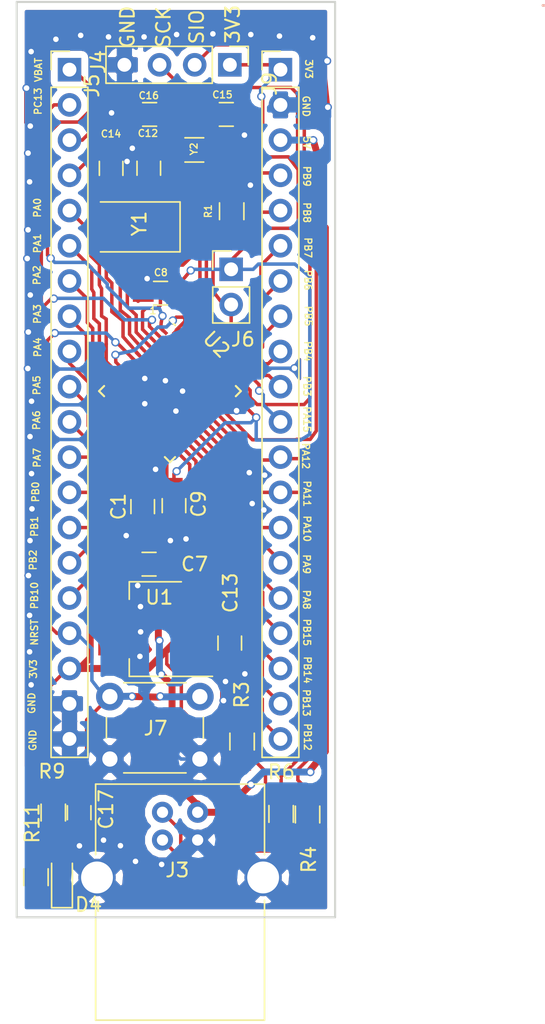
<source format=kicad_pcb>
(kicad_pcb (version 4) (host pcbnew 4.0.7)
  (layers (0 F.Cu signal) (31 B.Cu signal) (34 B.Paste user) (35 F.Paste user) (36 B.SilkS user) (37 F.SilkS user) (38 B.Mask user) (39 F.Mask user) (44 Edge.Cuts user))
  (net 0 "")
  (net 1 PC13)
  (net 2 GNDB)
  (net 3 OSCIN)
  (net 4 OSCOUT)
  (net 5 OSC32IN)
  (net 6 OSC32OUT)
  (net 7 NRST)
  (net 8 "Net-(J3-Pad2)")
  (net 9 "Net-(J3-Pad3)")
  (net 10 3V3B)
  (net 11 PA13)
  (net 12 PA14)
  (net 13 VBAT)
  (net 14 5VB)
  (net 15 PB9)
  (net 16 PA0)
  (net 17 PB8)
  (net 18 PA1)
  (net 19 PB7)
  (net 20 PA2)
  (net 21 PB5)
  (net 22 PA3)
  (net 23 PA4)
  (net 24 PB4)
  (net 25 PA5)
  (net 26 PB3)
  (net 27 PA6)
  (net 28 PA15)
  (net 29 PA7)
  (net 30 PA12)
  (net 31 PB0)
  (net 32 PA11)
  (net 33 PB1)
  (net 34 PA10)
  (net 35 PB10)
  (net 36 PA9)
  (net 37 PA8)
  (net 38 PB15)
  (net 39 PB14)
  (net 40 PB13)
  (net 41 PB12)
  (net 42 BOOT0)
  (net 43 PB2)
  (net 44 PB6)
  (net 45 "Net-(D4-Pad1)")
  (net 46 VCAP_1)
  (module Capacitors_SMD:C_0805_HandSoldering (layer F.Cu) (at 72.438 37.386)
    (fp_text reference C15 (at -0.28 -1.42) (layer F.SilkS) (effects (font (size 0.5 0.5) (thickness 0.1))))
    (fp_text value "20 pF")
    (pad 1 smd rect (at -1.25 0) (size 1.5 1.25) (layers F.Cu F.Paste F.Mask) (net 5 OSC32IN))
    (pad 2 smd rect (at 1.25 0) (size 1.5 1.25) (layers F.Cu F.Paste F.Mask) (net 2 GNDB))
  )
  (module Housings_DFN_QFN:QFN-48-1EP_7x7mm_Pitch0.5mm (layer F.Cu) (at 68.368 57.336 315)
    (fp_text reference U2 (at 0 -4.75 315) (layer F.SilkS))
    (fp_text value STM32F411CEU6)
    (pad 1 smd rect (at -3.4 -2.75 315) (size 0.7 0.25) (layers F.Cu F.Paste F.Mask) (net 13 VBAT))
    (pad 2 smd rect (at -3.4 -2.25 315) (size 0.7 0.25) (layers F.Cu F.Paste F.Mask) (net 1 PC13))
    (pad 3 smd rect (at -3.4 -1.75 315) (size 0.7 0.25) (layers F.Cu F.Paste F.Mask) (net 5 OSC32IN))
    (pad 4 smd rect (at -3.4 -1.25 315) (size 0.7 0.25) (layers F.Cu F.Paste F.Mask) (net 6 OSC32OUT))
    (pad 5 smd rect (at -3.4 -0.75 315) (size 0.7 0.25) (layers F.Cu F.Paste F.Mask) (net 3 OSCIN))
    (pad 6 smd rect (at -3.4 -0.25 315) (size 0.7 0.25) (layers F.Cu F.Paste F.Mask) (net 4 OSCOUT))
    (pad 7 smd rect (at -3.4 0.25 315) (size 0.7 0.25) (layers F.Cu F.Paste F.Mask) (net 7 NRST))
    (pad 8 smd rect (at -3.4 0.75 315) (size 0.7 0.25) (layers F.Cu F.Paste F.Mask) (net 2 GNDB))
    (pad 9 smd rect (at -3.4 1.25 315) (size 0.7 0.25) (layers F.Cu F.Paste F.Mask) (net 10 3V3B))
    (pad 10 smd rect (at -3.4 1.75 315) (size 0.7 0.25) (layers F.Cu F.Paste F.Mask) (net 16 PA0))
    (pad 11 smd rect (at -3.4 2.25 315) (size 0.7 0.25) (layers F.Cu F.Paste F.Mask) (net 18 PA1))
    (pad 12 smd rect (at -3.4 2.75 315) (size 0.7 0.25) (layers F.Cu F.Paste F.Mask) (net 20 PA2))
    (pad 13 smd rect (at -2.75 3.4 45) (size 0.7 0.25) (layers F.Cu F.Paste F.Mask) (net 22 PA3))
    (pad 14 smd rect (at -2.25 3.4 45) (size 0.7 0.25) (layers F.Cu F.Paste F.Mask) (net 23 PA4))
    (pad 15 smd rect (at -1.75 3.4 45) (size 0.7 0.25) (layers F.Cu F.Paste F.Mask) (net 25 PA5))
    (pad 16 smd rect (at -1.25 3.4 45) (size 0.7 0.25) (layers F.Cu F.Paste F.Mask) (net 27 PA6))
    (pad 17 smd rect (at -0.75 3.4 45) (size 0.7 0.25) (layers F.Cu F.Paste F.Mask) (net 29 PA7))
    (pad 18 smd rect (at -0.25 3.4 45) (size 0.7 0.25) (layers F.Cu F.Paste F.Mask) (net 31 PB0))
    (pad 19 smd rect (at 0.25 3.4 45) (size 0.7 0.25) (layers F.Cu F.Paste F.Mask) (net 33 PB1))
    (pad 20 smd rect (at 0.75 3.4 45) (size 0.7 0.25) (layers F.Cu F.Paste F.Mask) (net 43 PB2))
    (pad 21 smd rect (at 1.25 3.4 45) (size 0.7 0.25) (layers F.Cu F.Paste F.Mask) (net 35 PB10))
    (pad 22 smd rect (at 1.75 3.4 45) (size 0.7 0.25) (layers F.Cu F.Paste F.Mask) (net 46 VCAP_1))
    (pad 23 smd rect (at 2.25 3.4 45) (size 0.7 0.25) (layers F.Cu F.Paste F.Mask) (net 2 GNDB))
    (pad 24 smd rect (at 2.75 3.4 45) (size 0.7 0.25) (layers F.Cu F.Paste F.Mask) (net 10 3V3B))
    (pad 25 smd rect (at 3.4 2.75 315) (size 0.7 0.25) (layers F.Cu F.Paste F.Mask) (net 41 PB12))
    (pad 26 smd rect (at 3.4 2.25 315) (size 0.7 0.25) (layers F.Cu F.Paste F.Mask) (net 40 PB13))
    (pad 27 smd rect (at 3.4 1.75 315) (size 0.7 0.25) (layers F.Cu F.Paste F.Mask) (net 39 PB14))
    (pad 28 smd rect (at 3.4 1.25 315) (size 0.7 0.25) (layers F.Cu F.Paste F.Mask) (net 38 PB15))
    (pad 29 smd rect (at 3.4 0.75 315) (size 0.7 0.25) (layers F.Cu F.Paste F.Mask) (net 37 PA8))
    (pad 30 smd rect (at 3.4 0.25 315) (size 0.7 0.25) (layers F.Cu F.Paste F.Mask) (net 36 PA9))
    (pad 31 smd rect (at 3.4 -0.25 315) (size 0.7 0.25) (layers F.Cu F.Paste F.Mask) (net 34 PA10))
    (pad 32 smd rect (at 3.4 -0.75 315) (size 0.7 0.25) (layers F.Cu F.Paste F.Mask) (net 32 PA11))
    (pad 33 smd rect (at 3.4 -1.25 315) (size 0.7 0.25) (layers F.Cu F.Paste F.Mask) (net 30 PA12))
    (pad 34 smd rect (at 3.4 -1.75 315) (size 0.7 0.25) (layers F.Cu F.Paste F.Mask) (net 11 PA13))
    (pad 35 smd rect (at 3.4 -2.25 315) (size 0.7 0.25) (layers F.Cu F.Paste F.Mask) (net 2 GNDB))
    (pad 36 smd rect (at 3.4 -2.75 315) (size 0.7 0.25) (layers F.Cu F.Paste F.Mask) (net 10 3V3B))
    (pad 37 smd rect (at 2.75 -3.4 45) (size 0.7 0.25) (layers F.Cu F.Paste F.Mask) (net 12 PA14))
    (pad 38 smd rect (at 2.25 -3.4 45) (size 0.7 0.25) (layers F.Cu F.Paste F.Mask) (net 28 PA15))
    (pad 39 smd rect (at 1.75 -3.4 45) (size 0.7 0.25) (layers F.Cu F.Paste F.Mask) (net 26 PB3))
    (pad 40 smd rect (at 1.25 -3.4 45) (size 0.7 0.25) (layers F.Cu F.Paste F.Mask) (net 24 PB4))
    (pad 41 smd rect (at 0.75 -3.4 45) (size 0.7 0.25) (layers F.Cu F.Paste F.Mask) (net 21 PB5))
    (pad 42 smd rect (at 0.25 -3.4 45) (size 0.7 0.25) (layers F.Cu F.Paste F.Mask) (net 44 PB6))
    (pad 43 smd rect (at -0.25 -3.4 45) (size 0.7 0.25) (layers F.Cu F.Paste F.Mask) (net 19 PB7))
    (pad 44 smd rect (at -0.75 -3.4 45) (size 0.7 0.25) (layers F.Cu F.Paste F.Mask) (net 42 BOOT0))
    (pad 45 smd rect (at -1.25 -3.4 45) (size 0.7 0.25) (layers F.Cu F.Paste F.Mask) (net 17 PB8))
    (pad 46 smd rect (at -1.75 -3.4 45) (size 0.7 0.25) (layers F.Cu F.Paste F.Mask) (net 15 PB9))
    (pad 47 smd rect (at -2.25 -3.4 45) (size 0.7 0.25) (layers F.Cu F.Paste F.Mask) (net 2 GNDB))
    (pad 48 smd rect (at -2.75 -3.4 45) (size 0.7 0.25) (layers F.Cu F.Paste F.Mask) (net 10 3V3B))
    (pad 49 smd rect (at 1.93125 1.93125 315) (size 1.2875 1.2875) (layers F.Cu F.Paste F.Mask) (net 2 GNDB))
    (pad 49 smd rect (at 1.93125 0.64375 315) (size 1.2875 1.2875) (layers F.Cu F.Paste F.Mask) (net 2 GNDB))
    (pad 49 smd rect (at 1.93125 -0.64375 315) (size 1.2875 1.2875) (layers F.Cu F.Paste F.Mask) (net 2 GNDB))
    (pad 49 smd rect (at 1.93125 -1.93125 315) (size 1.2875 1.2875) (layers F.Cu F.Paste F.Mask) (net 2 GNDB))
    (pad 49 smd rect (at 0.64375 1.93125 315) (size 1.2875 1.2875) (layers F.Cu F.Paste F.Mask) (net 2 GNDB))
    (pad 49 smd rect (at 0.64375 0.64375 315) (size 1.2875 1.2875) (layers F.Cu F.Paste F.Mask) (net 2 GNDB))
    (pad 49 smd rect (at 0.64375 -0.64375 315) (size 1.2875 1.2875) (layers F.Cu F.Paste F.Mask) (net 2 GNDB))
    (pad 49 smd rect (at 0.64375 -1.93125 315) (size 1.2875 1.2875) (layers F.Cu F.Paste F.Mask) (net 2 GNDB))
    (pad 49 smd rect (at -0.64375 1.93125 315) (size 1.2875 1.2875) (layers F.Cu F.Paste F.Mask) (net 2 GNDB))
    (pad 49 smd rect (at -0.64375 0.64375 315) (size 1.2875 1.2875) (layers F.Cu F.Paste F.Mask) (net 2 GNDB))
    (pad 49 smd rect (at -0.64375 -0.64375 315) (size 1.2875 1.2875) (layers F.Cu F.Paste F.Mask) (net 2 GNDB))
    (pad 49 smd rect (at -0.64375 -1.93125 315) (size 1.2875 1.2875) (layers F.Cu F.Paste F.Mask) (net 2 GNDB))
    (pad 49 smd rect (at -1.93125 1.93125 315) (size 1.2875 1.2875) (layers F.Cu F.Paste F.Mask) (net 2 GNDB))
    (pad 49 smd rect (at -1.93125 0.64375 315) (size 1.2875 1.2875) (layers F.Cu F.Paste F.Mask) (net 2 GNDB))
    (pad 49 smd rect (at -1.93125 -0.64375 315) (size 1.2875 1.2875) (layers F.Cu F.Paste F.Mask) (net 2 GNDB))
    (pad 49 smd rect (at -1.93125 -1.93125 315) (size 1.2875 1.2875) (layers F.Cu F.Paste F.Mask) (net 2 GNDB))
  )
  (module Capacitors_SMD:C_0805_HandSoldering (layer F.Cu) (at 72.688 75.506 90)
    (fp_text reference C13 (at 3.62 0.04 90) (layer F.SilkS))
    (fp_text value "1 uF")
    (pad 1 smd rect (at -1.25 0 90) (size 1.5 1.25) (layers F.Cu F.Paste F.Mask) (net 2 GNDB))
    (pad 2 smd rect (at 1.25 0 90) (size 1.5 1.25) (layers F.Cu F.Paste F.Mask) (net 10 3V3B))
  )
  (module Buttons_Switches_THT:SW_PUSH_6mm (layer F.Cu) (at 64.028 79.366)
    (fp_text reference J7 (at 3.302 2.286) (layer F.SilkS))
    (fp_text value Conn_01x02)
    (pad 2 thru_hole circle (at 0 4.5 90) (size 2 2) (drill 1.1) (layers *.Cu *.Mask) (net 2 GNDB))
    (pad 1 thru_hole circle (at 0 0 90) (size 2 2) (drill 1.1) (layers *.Cu *.Mask) (net 7 NRST))
    (pad 2 thru_hole circle (at 6.5 4.5 90) (size 2 2) (drill 1.1) (layers *.Cu *.Mask) (net 2 GNDB))
    (pad 1 thru_hole circle (at 6.5 0 90) (size 2 2) (drill 1.1) (layers *.Cu *.Mask) (net 7 NRST))
  )
  (module Resistors_SMD:R_0805_HandSoldering (layer F.Cu) (at 78.308 87.866 270)
    (fp_text reference R4 (at 3.25 -0.09 450) (layer F.SilkS))
    (fp_text value 22R)
    (pad 1 smd rect (at -1.35 0 270) (size 1.5 1.3) (layers F.Cu F.Paste F.Mask) (net 30 PA12))
    (pad 2 smd rect (at 1.35 0 270) (size 1.5 1.3) (layers F.Cu F.Paste F.Mask) (net 9 "Net-(J3-Pad3)"))
  )
  (module TO_SOT_Packages_SMD:SOT-223 (layer F.Cu) (at 67.338 74.496 180)
    (fp_text reference U1 (at -0.254 2.286 180) (layer F.SilkS))
    (fp_text value AMS1117-3V3)
    (pad 4 smd rect (at 3.15 0 180) (size 2 3.8) (layers F.Cu F.Paste F.Mask))
    (pad 2 smd rect (at -3.15 0 180) (size 2 1.5) (layers F.Cu F.Paste F.Mask) (net 10 3V3B))
    (pad 3 smd rect (at -3.15 2.3 180) (size 2 1.5) (layers F.Cu F.Paste F.Mask) (net 14 5VB))
    (pad 1 smd rect (at -3.15 -2.3 180) (size 2 1.5) (layers F.Cu F.Paste F.Mask) (net 2 GNDB))
  )
  (module Capacitors_SMD:C_0805_HandSoldering (layer F.Cu) (at 67.688 50.276)
    (fp_text reference C8 (at 0.02 -1.49 180) (layer F.SilkS) (effects (font (size 0.5 0.5) (thickness 0.1))))
    (fp_text value "0.1 uF")
    (pad 1 smd rect (at -1.25 0) (size 1.5 1.25) (layers F.Cu F.Paste F.Mask) (net 2 GNDB))
    (pad 2 smd rect (at 1.25 0) (size 1.5 1.25) (layers F.Cu F.Paste F.Mask) (net 10 3V3B))
  )
  (module Capacitors_SMD:C_0805_HandSoldering (layer F.Cu) (at 64.118 41.276 90)
    (fp_text reference C14 (at 2.49 -0.01 180) (layer F.SilkS) (effects (font (size 0.5 0.5) (thickness 0.1))))
    (fp_text value "20 pF")
    (pad 1 smd rect (at -1.25 0 90) (size 1.5 1.25) (layers F.Cu F.Paste F.Mask) (net 4 OSCOUT))
    (pad 2 smd rect (at 1.25 0 90) (size 1.5 1.25) (layers F.Cu F.Paste F.Mask) (net 2 GNDB))
  )
  (module Pin_Headers:Pin_Header_Straight_1x20_Pitch2.54mm (layer F.Cu) (at 61.11 34.158)
    (fp_text reference J5 (at 1.628 1.148 270) (layer F.SilkS))
    (fp_text value Conn_01x20)
    (pad 1 thru_hole rect (at 0 0) (size 1.7 1.7) (drill 1) (layers *.Cu *.Mask) (net 13 VBAT))
    (pad 2 thru_hole oval (at 0 2.54) (size 1.7 1.7) (drill 1) (layers *.Cu *.Mask) (net 1 PC13))
    (pad 3 thru_hole oval (at 0 5.08) (size 1.7 1.7) (drill 1) (layers *.Cu *.Mask) (net 5 OSC32IN))
    (pad 4 thru_hole oval (at 0 7.62) (size 1.7 1.7) (drill 1) (layers *.Cu *.Mask) (net 6 OSC32OUT))
    (pad 5 thru_hole oval (at 0 10.16) (size 1.7 1.7) (drill 1) (layers *.Cu *.Mask) (net 16 PA0))
    (pad 6 thru_hole oval (at 0 12.7) (size 1.7 1.7) (drill 1) (layers *.Cu *.Mask) (net 18 PA1))
    (pad 7 thru_hole oval (at 0 15.24) (size 1.7 1.7) (drill 1) (layers *.Cu *.Mask) (net 20 PA2))
    (pad 8 thru_hole oval (at 0 17.78) (size 1.7 1.7) (drill 1) (layers *.Cu *.Mask) (net 22 PA3))
    (pad 9 thru_hole oval (at 0 20.32) (size 1.7 1.7) (drill 1) (layers *.Cu *.Mask) (net 23 PA4))
    (pad 10 thru_hole oval (at 0 22.86) (size 1.7 1.7) (drill 1) (layers *.Cu *.Mask) (net 25 PA5))
    (pad 11 thru_hole oval (at 0 25.4) (size 1.7 1.7) (drill 1) (layers *.Cu *.Mask) (net 27 PA6))
    (pad 12 thru_hole oval (at 0 27.94) (size 1.7 1.7) (drill 1) (layers *.Cu *.Mask) (net 29 PA7))
    (pad 13 thru_hole oval (at 0 30.48) (size 1.7 1.7) (drill 1) (layers *.Cu *.Mask) (net 31 PB0))
    (pad 14 thru_hole oval (at 0 33.02) (size 1.7 1.7) (drill 1) (layers *.Cu *.Mask) (net 33 PB1))
    (pad 15 thru_hole oval (at 0 35.56) (size 1.7 1.7) (drill 1) (layers *.Cu *.Mask) (net 43 PB2))
    (pad 16 thru_hole oval (at 0 38.1) (size 1.7 1.7) (drill 1) (layers *.Cu *.Mask) (net 35 PB10))
    (pad 17 thru_hole oval (at 0 40.64) (size 1.7 1.7) (drill 1) (layers *.Cu *.Mask) (net 7 NRST))
    (pad 18 thru_hole oval (at 0 43.18) (size 1.7 1.7) (drill 1) (layers *.Cu *.Mask) (net 10 3V3B))
    (pad 19 thru_hole oval (at 0 45.72) (size 1.7 1.7) (drill 1) (layers *.Cu *.Mask) (net 2 GNDB))
    (pad 20 thru_hole oval (at 0 48.26) (size 1.7 1.7) (drill 1) (layers *.Cu *.Mask) (net 2 GNDB))
  )
  (module Pin_Headers:Pin_Header_Straight_1x20_Pitch2.54mm (layer F.Cu) (at 76.35 34.158)
    (fp_text reference J9 (at -0.785 1.021 90) (layer F.SilkS))
    (fp_text value Conn_01x20)
    (pad 1 thru_hole rect (at 0 0) (size 1.7 1.7) (drill 1) (layers *.Cu *.Mask) (net 10 3V3B))
    (pad 2 thru_hole oval (at 0 2.54) (size 1.7 1.7) (drill 1) (layers *.Cu *.Mask) (net 2 GNDB))
    (pad 3 thru_hole oval (at 0 5.08) (size 1.7 1.7) (drill 1) (layers *.Cu *.Mask) (net 14 5VB))
    (pad 4 thru_hole oval (at 0 7.62) (size 1.7 1.7) (drill 1) (layers *.Cu *.Mask) (net 15 PB9))
    (pad 5 thru_hole oval (at 0 10.16) (size 1.7 1.7) (drill 1) (layers *.Cu *.Mask) (net 17 PB8))
    (pad 6 thru_hole oval (at 0 12.7) (size 1.7 1.7) (drill 1) (layers *.Cu *.Mask) (net 19 PB7))
    (pad 7 thru_hole oval (at 0 15.24) (size 1.7 1.7) (drill 1) (layers *.Cu *.Mask) (net 44 PB6))
    (pad 8 thru_hole oval (at 0 17.78) (size 1.7 1.7) (drill 1) (layers *.Cu *.Mask) (net 21 PB5))
    (pad 9 thru_hole oval (at 0 20.32) (size 1.7 1.7) (drill 1) (layers *.Cu *.Mask) (net 24 PB4))
    (pad 10 thru_hole oval (at 0 22.86) (size 1.7 1.7) (drill 1) (layers *.Cu *.Mask) (net 26 PB3))
    (pad 11 thru_hole oval (at 0 25.4) (size 1.7 1.7) (drill 1) (layers *.Cu *.Mask) (net 28 PA15))
    (pad 12 thru_hole oval (at 0 27.94) (size 1.7 1.7) (drill 1) (layers *.Cu *.Mask) (net 30 PA12))
    (pad 13 thru_hole oval (at 0 30.48) (size 1.7 1.7) (drill 1) (layers *.Cu *.Mask) (net 32 PA11))
    (pad 14 thru_hole oval (at 0 33.02) (size 1.7 1.7) (drill 1) (layers *.Cu *.Mask) (net 34 PA10))
    (pad 15 thru_hole oval (at 0 35.56) (size 1.7 1.7) (drill 1) (layers *.Cu *.Mask) (net 36 PA9))
    (pad 16 thru_hole oval (at 0 38.1) (size 1.7 1.7) (drill 1) (layers *.Cu *.Mask) (net 37 PA8))
    (pad 17 thru_hole oval (at 0 40.64) (size 1.7 1.7) (drill 1) (layers *.Cu *.Mask) (net 38 PB15))
    (pad 18 thru_hole oval (at 0 43.18) (size 1.7 1.7) (drill 1) (layers *.Cu *.Mask) (net 39 PB14))
    (pad 19 thru_hole oval (at 0 45.72) (size 1.7 1.7) (drill 1) (layers *.Cu *.Mask) (net 40 PB13))
    (pad 20 thru_hole oval (at 0 48.26) (size 1.7 1.7) (drill 1) (layers *.Cu *.Mask) (net 41 PB12))
  )
  (module Pin_Headers:Pin_Header_Straight_1x04_Pitch2.54mm (layer F.Cu) (at 72.6948 33.8074 270)
    (fp_text reference J4 (at -0.2032 9.4996 450) (layer F.SilkS))
    (fp_text value Conn_01x04)
    (pad 1 thru_hole rect (at 0 0 270) (size 1.7 1.7) (drill 1) (layers *.Cu *.Mask) (net 10 3V3B))
    (pad 2 thru_hole oval (at 0 2.54 270) (size 1.7 1.7) (drill 1) (layers *.Cu *.Mask) (net 11 PA13))
    (pad 3 thru_hole oval (at 0 5.08 270) (size 1.7 1.7) (drill 1) (layers *.Cu *.Mask) (net 12 PA14))
    (pad 4 thru_hole oval (at 0 7.62 270) (size 1.7 1.7) (drill 1) (layers *.Cu *.Mask) (net 2 GNDB))
  )
  (module Connectors:USB_B (layer F.Cu) (at 70.368 87.706 270)
    (fp_text reference J3 (at 4.17 1.47 360) (layer F.SilkS))
    (fp_text value USB_B)
    (pad 2 thru_hole circle (at 0 2.54 180) (size 1.52 1.52) (drill 0.81) (layers *.Cu *.Mask) (net 8 "Net-(J3-Pad2)"))
    (pad 1 thru_hole circle (at 0 0 180) (size 1.52 1.52) (drill 0.81) (layers *.Cu *.Mask) (net 14 5VB))
    (pad 4 thru_hole circle (at 2 0 180) (size 1.52 1.52) (drill 0.81) (layers *.Cu *.Mask) (net 2 GNDB))
    (pad 3 thru_hole circle (at 2 2.54 180) (size 1.52 1.52) (drill 0.81) (layers *.Cu *.Mask) (net 9 "Net-(J3-Pad3)"))
    (pad 5 thru_hole circle (at 4.7 7.27 180) (size 2.7 2.7) (drill 2.3) (layers *.Cu *.Mask) (net 2 GNDB))
    (pad 5 thru_hole circle (at 4.7 -4.73 180) (size 2.7 2.7) (drill 2.3) (layers *.Cu *.Mask) (net 2 GNDB))
  )
  (module Capacitors_SMD:C_0805_HandSoldering (layer F.Cu) (at 66.838 41.266 90)
    (fp_text reference C12 (at 2.52 -0.06 180) (layer F.SilkS) (effects (font (size 0.5 0.5) (thickness 0.1))))
    (fp_text value "20 pF")
    (pad 1 smd rect (at -1.25 0 90) (size 1.5 1.25) (layers F.Cu F.Paste F.Mask) (net 3 OSCIN))
    (pad 2 smd rect (at 1.25 0 90) (size 1.5 1.25) (layers F.Cu F.Paste F.Mask) (net 2 GNDB))
  )
  (module Capacitors_SMD:C_0805_HandSoldering (layer F.Cu) (at 66.898 37.386 180)
    (fp_text reference C16 (at 0.06 1.36 180) (layer F.SilkS) (effects (font (size 0.5 0.5) (thickness 0.1))))
    (fp_text value "20 pF")
    (pad 1 smd rect (at -1.25 0 180) (size 1.5 1.25) (layers F.Cu F.Paste F.Mask) (net 6 OSC32OUT))
    (pad 2 smd rect (at 1.25 0 180) (size 1.5 1.25) (layers F.Cu F.Paste F.Mask) (net 2 GNDB))
  )
  (module Resistors_SMD:R_0805_HandSoldering (layer F.Cu) (at 73.578 82.606 270)
    (fp_text reference R3 (at -3.37 0.03 270) (layer F.SilkS))
    (fp_text value 1.5k)
    (pad 1 smd rect (at -1.35 0 270) (size 1.5 1.3) (layers F.Cu F.Paste F.Mask) (net 10 3V3B))
    (pad 2 smd rect (at 1.35 0 270) (size 1.5 1.3) (layers F.Cu F.Paste F.Mask) (net 9 "Net-(J3-Pad3)"))
  )
  (module Resistors_SMD:R_0805_HandSoldering (layer F.Cu) (at 76.398 87.826 270)
    (fp_text reference R6 (at -3.03 -0.02 360) (layer F.SilkS))
    (fp_text value 22R)
    (pad 1 smd rect (at -1.35 0 270) (size 1.5 1.3) (layers F.Cu F.Paste F.Mask) (net 32 PA11))
    (pad 2 smd rect (at 1.35 0 270) (size 1.5 1.3) (layers F.Cu F.Paste F.Mask) (net 8 "Net-(J3-Pad2)"))
  )
  (module Resistors_SMD:R_0805_HandSoldering (layer F.Cu) (at 58.688 92.386 270)
    (fp_text reference R11 (at -3.89 0.27 450) (layer F.SilkS))
    (fp_text value 470R)
    (pad 1 smd rect (at -1.35 0 270) (size 1.5 1.3) (layers F.Cu F.Paste F.Mask) (net 1 PC13))
    (pad 2 smd rect (at 1.35 0 270) (size 1.5 1.3) (layers F.Cu F.Paste F.Mask) (net 45 "Net-(D4-Pad1)"))
  )
  (module Capacitors_SMD:C_0805_HandSoldering (layer F.Cu) (at 68.658 65.596 90)
    (fp_text reference C9 (at 0.12 1.78 270) (layer F.SilkS))
    (fp_text value "0.1 uF")
    (pad 1 smd rect (at -1.25 0 90) (size 1.5 1.25) (layers F.Cu F.Paste F.Mask) (net 2 GNDB))
    (pad 2 smd rect (at 1.25 0 90) (size 1.5 1.25) (layers F.Cu F.Paste F.Mask) (net 10 3V3B))
  )
  (module Capacitors_SMD:C_0805_HandSoldering (layer F.Cu) (at 61.808 87.736 270)
    (fp_text reference C17 (at -0.24 -1.94 270) (layer F.SilkS))
    (fp_text value "10 nF")
    (pad 1 smd rect (at -1.25 0 270) (size 1.5 1.25) (layers F.Cu F.Paste F.Mask) (net 7 NRST))
    (pad 2 smd rect (at 1.25 0 270) (size 1.5 1.25) (layers F.Cu F.Paste F.Mask) (net 2 GNDB))
  )
  (module LEDs:LED_0805_HandSoldering (layer F.Cu) (at 60.568 92.386 90)
    (fp_text reference D4 (at -1.98 1.92 180) (layer F.SilkS))
    (fp_text value LED)
    (pad 1 smd rect (at -1.35 0 90) (size 1.5 1.3) (layers F.Cu F.Paste F.Mask) (net 45 "Net-(D4-Pad1)"))
    (pad 2 smd rect (at 1.35 0 90) (size 1.5 1.3) (layers F.Cu F.Paste F.Mask) (net 10 3V3B))
  )
  (module Resistors_SMD:R_0805_HandSoldering (layer F.Cu) (at 59.938 87.726 90)
    (fp_text reference R9 (at 2.97 -0.1 360) (layer F.SilkS))
    (fp_text value 1.5k)
    (pad 1 smd rect (at -1.35 0 90) (size 1.5 1.3) (layers F.Cu F.Paste F.Mask) (net 10 3V3B))
    (pad 2 smd rect (at 1.35 0 90) (size 1.5 1.3) (layers F.Cu F.Paste F.Mask) (net 7 NRST))
  )
  (module Crystals:Crystal_SMD_3215-2pin_3.2x1.5mm (layer F.Cu) (at 70.128 39.946 180)
    (fp_text reference Y2 (at 0.03 0.07 270) (layer F.SilkS) (effects (font (size 0.5 0.5) (thickness 0.1))))
    (fp_text value Crystal)
    (pad 1 smd rect (at 1.25 0 180) (size 1 1.8) (layers F.Cu F.Paste F.Mask) (net 6 OSC32OUT))
    (pad 2 smd rect (at -1.25 0 180) (size 1 1.8) (layers F.Cu F.Paste F.Mask) (net 5 OSC32IN))
  )
  (module Crystals:Crystal_SMD_5032-2pin_5.0x3.2mm (layer F.Cu) (at 66.048 45.496 180)
    (fp_text reference Y1 (at -0.1 0.24 270) (layer F.SilkS))
    (fp_text value "8 MHz")
    (pad 1 smd rect (at -1.85 0 180) (size 2 2.4) (layers F.Cu F.Paste F.Mask) (net 3 OSCIN))
    (pad 2 smd rect (at 1.85 0 180) (size 2 2.4) (layers F.Cu F.Paste F.Mask) (net 4 OSCOUT))
  )
  (module Capacitors_SMD:C_0805_HandSoldering (layer F.Cu) (at 66.858 69.816)
    (fp_text reference C7 (at 3.29 0) (layer F.SilkS))
    (fp_text value "1 uF")
    (pad 1 smd rect (at -1.25 0) (size 1.5 1.25) (layers F.Cu F.Paste F.Mask) (net 2 GNDB))
    (pad 2 smd rect (at 1.25 0) (size 1.5 1.25) (layers F.Cu F.Paste F.Mask) (net 14 5VB))
  )
  (module Capacitors_SMD:C_0805_HandSoldering (layer F.Cu) (at 66.398 65.666 90)
    (fp_text reference C1 (at 0 -1.75 90) (layer F.SilkS))
    (fp_text value "4.7 uF")
    (pad 1 smd rect (at -1.25 0 90) (size 1.5 1.25) (layers F.Cu F.Paste F.Mask) (net 2 GNDB))
    (pad 2 smd rect (at 1.25 0 90) (size 1.5 1.25) (layers F.Cu F.Paste F.Mask) (net 46 VCAP_1))
  )
  (module Resistors_SMD:R_0805_HandSoldering (layer F.Cu) (at 72.828 44.366 90)
    (fp_text reference R1 (at 0 -1.7 90) (layer F.SilkS) (effects (font (size 0.5 0.5) (thickness 0.1))))
    (fp_text value 1.5k)
    (pad 1 smd rect (at -1.35 0 90) (size 1.5 1.3) (layers F.Cu F.Paste F.Mask) (net 42 BOOT0))
    (pad 2 smd rect (at 1.35 0 90) (size 1.5 1.3) (layers F.Cu F.Paste F.Mask) (net 2 GNDB))
  )
  (module Pin_Headers:Pin_Header_Straight_1x02_Pitch2.54mm (layer F.Cu) (at 72.788 48.556)
    (fp_text reference J6 (at 0.85 5.05) (layer F.SilkS))
    (fp_text value Conn_01x02)
    (pad 1 thru_hole rect (at 0 0) (size 1.7 1.7) (drill 1) (layers *.Cu *.Mask) (net 10 3V3B))
    (pad 2 thru_hole oval (at 0 2.54) (size 1.7 1.7) (drill 1) (layers *.Cu *.Mask) (net 42 BOOT0))
  )
  (gr_text 1 (at 67.138 51.536) (layer F.SilkS) (effects (font (size 0.5 0.5) (thickness 0.1))))
  (gr_line (start 57.298 95.276) (end 57.298 29.276) (angle 90) (layer Edge.Cuts) (width 0.15))
  (gr_line (start 80.298 95.276) (end 57.298 95.276) (angle 90) (layer Edge.Cuts) (width 0.15))
  (gr_line (start 80.298 29.276) (end 80.298 95.276) (angle 90) (layer Edge.Cuts) (width 0.15))
  (gr_line (start 57.298 29.276) (end 80.298 29.276) (angle 90) (layer Edge.Cuts) (width 0.15))
  (gr_line (start 95.3135 29.5275) (end 95.377 29.5275) (angle 90) (layer B.SilkS) (width 0.2))
  (gr_text SCK (at 67.898 31.076 90) (layer F.SilkS) (effects (font (size 1 1))))
  (gr_text SIO (at 70.298 31.076 90) (layer F.SilkS) (effects (font (size 1 1))))
  (gr_text GND (at 65.298 31.076 90) (layer F.SilkS) (effects (font (size 1 1))))
  (gr_text 3V3 (at 72.898 30.876 90) (layer F.SilkS) (effects (font (size 1 1))))
  (gr_text 3V3 (at 78.398 34.116 270) (layer F.SilkS) (effects (font (size 0.5 0.5) (thickness 0.1))))
  (gr_text GND (at 78.208 36.796 270) (layer F.SilkS) (effects (font (size 0.5 0.5) (thickness 0.1))))
  (gr_text 5V (at 78.258 39.406 270) (layer F.SilkS) (effects (font (size 0.5 0.5) (thickness 0.1))))
  (gr_text PB9 (at 78.258 41.846 270) (layer F.SilkS) (effects (font (size 0.5 0.5) (thickness 0.1))))
  (gr_text PB8 (at 78.258 44.466 270) (layer F.SilkS) (effects (font (size 0.5 0.5) (thickness 0.1))))
  (gr_text PB7 (at 78.338 46.996 270) (layer F.SilkS) (effects (font (size 0.5 0.5) (thickness 0.1))))
  (gr_text PB6 (at 78.338 49.336 270) (layer F.SilkS) (effects (font (size 0.5 0.5) (thickness 0.1))))
  (gr_text PB5 (at 78.368 51.926 270) (layer F.SilkS) (effects (font (size 0.5 0.5) (thickness 0.1))))
  (gr_text PB4 (at 78.338 54.466 270) (layer F.SilkS) (effects (font (size 0.5 0.5) (thickness 0.1))))
  (gr_text PB3 (at 78.268 56.986 270) (layer F.SilkS) (effects (font (size 0.5 0.5) (thickness 0.1))))
  (gr_text PA15 (at 78.258 59.376 270) (layer F.SilkS) (effects (font (size 0.5 0.5) (thickness 0.1))))
  (gr_text PA12 (at 78.178 62.016 270) (layer F.SilkS) (effects (font (size 0.5 0.5) (thickness 0.1))))
  (gr_text PA11 (at 78.268 64.736 270) (layer F.SilkS) (effects (font (size 0.5 0.5) (thickness 0.1))))
  (gr_text PA10 (at 78.268 67.256 270) (layer F.SilkS) (effects (font (size 0.5 0.5) (thickness 0.1))))
  (gr_text PA9 (at 78.238 69.816 270) (layer F.SilkS) (effects (font (size 0.5 0.5) (thickness 0.1))))
  (gr_text PA8 (at 78.238 72.376 270) (layer F.SilkS) (effects (font (size 0.5 0.5) (thickness 0.1))))
  (gr_text PB15 (at 78.258 74.736 270) (layer F.SilkS) (effects (font (size 0.5 0.5) (thickness 0.1))))
  (gr_text PB14 (at 78.298 77.446 270) (layer F.SilkS) (effects (font (size 0.5 0.5) (thickness 0.1))))
  (gr_text PB13 (at 78.228 79.816 270) (layer F.SilkS) (effects (font (size 0.5 0.5) (thickness 0.1))))
  (gr_text PB12 (at 78.308 82.276 270) (layer F.SilkS) (effects (font (size 0.5 0.5) (thickness 0.1))))
  (gr_text GND (at 58.458 82.516 90) (layer F.SilkS) (effects (font (size 0.5 0.5) (thickness 0.1))))
  (gr_text GND (at 58.378 79.836 90) (layer F.SilkS) (effects (font (size 0.5 0.5) (thickness 0.1))))
  (gr_text 3V3 (at 58.498 77.376 90) (layer F.SilkS) (effects (font (size 0.5 0.5) (thickness 0.1))))
  (gr_text NRST (at 58.578 74.736 90) (layer F.SilkS) (effects (font (size 0.5 0.5) (thickness 0.1))))
  (gr_text PB10 (at 58.578 72.076 90) (layer F.SilkS) (effects (font (size 0.5 0.5) (thickness 0.1))))
  (gr_text PB2 (at 58.478 69.516 90) (layer F.SilkS) (effects (font (size 0.5 0.5) (thickness 0.1))))
  (gr_text PB1 (at 58.578 67.096 90) (layer F.SilkS) (effects (font (size 0.5 0.5) (thickness 0.1))))
  (gr_text PB0 (at 58.658 64.606 90) (layer F.SilkS) (effects (font (size 0.5 0.5) (thickness 0.1))))
  (gr_text PA7 (at 58.768 62.146 90) (layer F.SilkS) (effects (font (size 0.5 0.5) (thickness 0.1))))
  (gr_text PA6 (at 58.728 59.436 90) (layer F.SilkS) (effects (font (size 0.5 0.5) (thickness 0.1))))
  (gr_text PA5 (at 58.748 56.916 90) (layer F.SilkS) (effects (font (size 0.5 0.5) (thickness 0.1))))
  (gr_text PA4 (at 58.808 54.176 90) (layer F.SilkS) (effects (font (size 0.5 0.5) (thickness 0.1))))
  (gr_text PA3 (at 58.788 51.776 90) (layer F.SilkS) (effects (font (size 0.5 0.5) (thickness 0.1))))
  (gr_text PA2 (at 58.758 48.976 90) (layer F.SilkS) (effects (font (size 0.5 0.5) (thickness 0.1))))
  (gr_text PA1 (at 58.788 46.686 90) (layer F.SilkS) (effects (font (size 0.5 0.5) (thickness 0.1))))
  (gr_text PA0 (at 58.788 44.116 90) (layer F.SilkS) (effects (font (size 0.5 0.5) (thickness 0.1))))
  (gr_text PC13 (at 58.838 36.436 90) (layer F.SilkS) (effects (font (size 0.5 0.5) (thickness 0.1))))
  (gr_text VBAT (at 58.868 34.176 90) (layer F.SilkS) (effects (font (size 0.5 0.5) (thickness 0.1))))
  (segment (start 59.072998 77.936) (end 59.072998 77.551002) (width 0.25) (layer F.Cu) (net 1))
  (segment (start 59.678 75.206) (end 59.072998 74.600998) (width 0.25) (layer F.Cu) (net 1))
  (segment (start 59.678 76.946) (end 59.678 75.206) (width 0.25) (layer F.Cu) (net 1))
  (segment (start 59.072998 77.551002) (end 59.678 76.946) (width 0.25) (layer F.Cu) (net 1))
  (segment (start 59.072998 51.416) (end 59.072998 51.391002) (width 0.25) (layer F.Cu) (net 1))
  (segment (start 66.888 52.67402) (end 67.554827 53.340847) (width 0.25) (layer F.Cu) (net 1))
  (segment (start 66.888 52.376) (end 66.888 52.67402) (width 0.25) (layer F.Cu) (net 1))
  (segment (start 67.068 52.196) (end 66.888 52.376) (width 0.25) (layer F.Cu) (net 1))
  (via (at 67.068 52.196) (size 0.6) (drill 0.4) (layers F.Cu B.Cu) (net 1))
  (segment (start 65.108 52.196) (end 67.068 52.196) (width 0.25) (layer B.Cu) (net 1))
  (segment (start 63.558 50.646) (end 65.108 52.196) (width 0.25) (layer B.Cu) (net 1))
  (segment (start 59.998 50.646) (end 63.558 50.646) (width 0.25) (layer B.Cu) (net 1))
  (segment (start 59.978 50.666) (end 59.998 50.646) (width 0.25) (layer B.Cu) (net 1))
  (via (at 59.978 50.666) (size 0.6) (drill 0.4) (layers F.Cu B.Cu) (net 1))
  (segment (start 59.798 50.666) (end 59.978 50.666) (width 0.25) (layer F.Cu) (net 1))
  (segment (start 59.072998 51.391002) (end 59.798 50.666) (width 0.25) (layer F.Cu) (net 1))
  (segment (start 59.072998 53.956) (end 59.072998 51.416) (width 0.25) (layer F.Cu) (net 1))
  (segment (start 59.072998 51.416) (end 59.072998 37.621002) (width 0.25) (layer F.Cu) (net 1))
  (segment (start 59.996 36.698) (end 61.11 36.698) (width 0.25) (layer F.Cu) (net 1))
  (segment (start 59.072998 37.621002) (end 59.996 36.698) (width 0.25) (layer F.Cu) (net 1))
  (segment (start 58.178 86.006) (end 58.178 85.276) (width 0.25) (layer F.Cu) (net 1))
  (segment (start 58.178 85.276) (end 59.072998 84.381002) (width 0.25) (layer F.Cu) (net 1))
  (segment (start 58.178 86.006) (end 58.178 90.526) (width 0.25) (layer F.Cu) (net 1))
  (segment (start 58.178 90.526) (end 58.688 91.036) (width 0.25) (layer F.Cu) (net 1))
  (segment (start 59.072998 84.101) (end 59.072998 84.381002) (width 0.25) (layer F.Cu) (net 1))
  (segment (start 59.072998 52.951002) (end 59.072998 53.956) (width 0.25) (layer F.Cu) (net 1))
  (segment (start 59.072998 53.956) (end 59.072998 74.600998) (width 0.25) (layer F.Cu) (net 1))
  (segment (start 59.072998 77.936) (end 59.072998 84.101) (width 0.25) (layer F.Cu) (net 1))
  (segment (start 59.072998 84.101) (end 59.072998 84.321002) (width 0.25) (layer F.Cu) (net 1))
  (segment (start 60.501 36.698) (end 61.11 36.698) (width 0.25) (layer F.Cu) (net 1))
  (segment (start 79.768 36.866) (end 79.768 37.516) (width 0.5) (layer B.Cu) (net 2))
  (segment (start 79.738 40.616) (end 79.248 41.106) (width 0.5) (layer B.Cu) (net 2))
  (segment (start 79.738 37.546) (end 79.738 40.616) (width 0.5) (layer B.Cu) (net 2))
  (segment (start 79.768 37.516) (end 79.738 37.546) (width 0.5) (layer B.Cu) (net 2))
  (segment (start 67.328 62.976) (end 67.328 63.276) (width 0.25) (layer B.Cu) (net 2))
  (via (at 69.528 67.996) (size 0.6) (drill 0.4) (layers F.Cu B.Cu) (net 2))
  (segment (start 68.658 67.126) (end 69.528 67.996) (width 0.25) (layer F.Cu) (net 2))
  (via (at 67.328 62.976) (size 0.6) (drill 0.4) (layers F.Cu B.Cu) (net 2))
  (segment (start 67.188 62.706) (end 67.328 62.976) (width 0.25) (layer F.Cu) (net 2))
  (segment (start 67.188 61.666) (end 67.188 62.706) (width 0.25) (layer F.Cu) (net 2))
  (segment (start 67.188 61.666) (end 67.522847 61.331153) (width 0.25) (layer F.Cu) (net 2))
  (segment (start 73.058 67.996) (end 69.528 67.996) (width 0.25) (layer B.Cu) (net 2))
  (segment (start 75.148 65.906) (end 73.058 67.996) (width 0.25) (layer B.Cu) (net 2))
  (via (at 75.148 65.906) (size 0.6) (drill 0.4) (layers F.Cu B.Cu) (net 2))
  (segment (start 74.768 65.906) (end 75.148 65.906) (width 0.25) (layer F.Cu) (net 2))
  (segment (start 74.308 65.446) (end 74.768 65.906) (width 0.25) (layer F.Cu) (net 2))
  (via (at 74.308 65.446) (size 0.6) (drill 0.4) (layers F.Cu B.Cu) (net 2))
  (segment (start 74.308 64.296) (end 74.308 65.446) (width 0.25) (layer B.Cu) (net 2))
  (segment (start 75.208 63.396) (end 74.308 64.296) (width 0.25) (layer B.Cu) (net 2))
  (via (at 75.208 63.396) (size 0.6) (drill 0.4) (layers F.Cu B.Cu) (net 2))
  (segment (start 74.278 63.396) (end 75.208 63.396) (width 0.25) (layer F.Cu) (net 2))
  (segment (start 74.098 63.216) (end 74.278 63.396) (width 0.25) (layer F.Cu) (net 2))
  (via (at 74.098 63.216) (size 0.6) (drill 0.4) (layers F.Cu B.Cu) (net 2))
  (segment (start 73.158 64.156) (end 74.098 63.216) (width 0.25) (layer B.Cu) (net 2))
  (segment (start 68.208 64.156) (end 73.158 64.156) (width 0.25) (layer B.Cu) (net 2))
  (segment (start 67.328 63.276) (end 68.208 64.156) (width 0.25) (layer B.Cu) (net 2))
  (segment (start 68.798 58.776) (end 68.408 58.776) (width 0.25) (layer B.Cu) (net 2))
  (segment (start 58.468 60.826) (end 58.258 60.616) (width 0.25) (layer B.Cu) (net 2))
  (segment (start 66.358 60.826) (end 58.468 60.826) (width 0.25) (layer B.Cu) (net 2))
  (segment (start 68.408 58.776) (end 66.358 60.826) (width 0.25) (layer B.Cu) (net 2))
  (segment (start 66.5472 58.2464) (end 62.5276 58.2464) (width 0.25) (layer B.Cu) (net 2))
  (segment (start 58.628 58.326) (end 58.368 58.066) (width 0.25) (layer B.Cu) (net 2))
  (segment (start 62.448 58.326) (end 58.628 58.326) (width 0.25) (layer B.Cu) (net 2))
  (segment (start 62.5276 58.2464) (end 62.448 58.326) (width 0.25) (layer B.Cu) (net 2))
  (segment (start 66.5472 56.4256) (end 63.3576 56.4256) (width 0.25) (layer B.Cu) (net 2))
  (segment (start 58.738 55.706) (end 58.098 55.706) (width 0.25) (layer B.Cu) (net 2))
  (segment (start 58.778 55.746) (end 58.738 55.706) (width 0.25) (layer B.Cu) (net 2))
  (segment (start 62.678 55.746) (end 58.778 55.746) (width 0.25) (layer B.Cu) (net 2))
  (segment (start 63.3576 56.4256) (end 62.678 55.746) (width 0.25) (layer B.Cu) (net 2))
  (segment (start 73.178 58.746) (end 73.178 56.746) (width 0.25) (layer B.Cu) (net 2))
  (segment (start 73.008 58.746) (end 73.178 58.746) (width 0.25) (layer F.Cu) (net 2))
  (via (at 73.178 58.746) (size 0.6) (drill 0.4) (layers F.Cu B.Cu) (net 2))
  (segment (start 72.411173 58.149173) (end 73.008 58.746) (width 0.25) (layer F.Cu) (net 2))
  (segment (start 77.328 55.716) (end 77.328 55.766) (width 0.25) (layer F.Cu) (net 2))
  (segment (start 77.358 55.686) (end 77.328 55.716) (width 0.25) (layer F.Cu) (net 2))
  (via (at 77.358 55.686) (size 0.6) (drill 0.4) (layers F.Cu B.Cu) (net 2))
  (segment (start 74.238 55.686) (end 77.358 55.686) (width 0.25) (layer B.Cu) (net 2))
  (segment (start 73.178 56.746) (end 74.238 55.686) (width 0.25) (layer B.Cu) (net 2))
  (segment (start 65.433507 55.462167) (end 65.433507 55.501507) (width 0.25) (layer F.Cu) (net 2))
  (segment (start 65.433507 55.501507) (end 66.3576 56.4256) (width 0.25) (layer F.Cu) (net 2))
  (segment (start 66.3576 56.4256) (end 66.5472 56.4256) (width 0.25) (layer F.Cu) (net 2))
  (via (at 66.5472 56.4256) (size 0.6) (drill 0.4) (layers F.Cu B.Cu) (net 2))
  (segment (start 66.5472 56.4256) (end 66.7076 56.586) (width 0.25) (layer B.Cu) (net 2))
  (segment (start 66.7076 56.586) (end 68.038 56.586) (width 0.25) (layer B.Cu) (net 2))
  (via (at 68.038 56.586) (size 0.6) (drill 0.4) (layers F.Cu B.Cu) (net 2))
  (segment (start 68.038 56.586) (end 68.788 57.336) (width 0.25) (layer F.Cu) (net 2))
  (segment (start 68.788 57.336) (end 69.2784 57.336) (width 0.25) (layer F.Cu) (net 2))
  (via (at 69.2784 57.336) (size 0.6) (drill 0.4) (layers F.Cu B.Cu) (net 2))
  (segment (start 69.2784 57.336) (end 68.798 57.8164) (width 0.25) (layer B.Cu) (net 2))
  (segment (start 68.798 57.8164) (end 68.798 58.776) (width 0.25) (layer B.Cu) (net 2))
  (via (at 68.798 58.776) (size 0.6) (drill 0.4) (layers F.Cu B.Cu) (net 2))
  (segment (start 68.798 58.776) (end 68.2684 58.2464) (width 0.25) (layer F.Cu) (net 2))
  (segment (start 68.2684 58.2464) (end 66.5472 58.2464) (width 0.25) (layer F.Cu) (net 2))
  (via (at 66.5472 58.2464) (size 0.6) (drill 0.4) (layers F.Cu B.Cu) (net 2))
  (segment (start 66.5472 58.2464) (end 66.5476 58.246) (width 0.25) (layer B.Cu) (net 2))
  (segment (start 66.5476 58.246) (end 66.548 58.246) (width 0.25) (layer B.Cu) (net 2))
  (segment (start 61.11 79.878) (end 59.7 79.878) (width 0.35) (layer B.Cu) (net 2))
  (segment (start 59.7 79.878) (end 58.338 78.516) (width 0.35) (layer B.Cu) (net 2))
  (via (at 58.338 78.516) (size 0.6) (drill 0.4) (layers F.Cu B.Cu) (net 2))
  (segment (start 58.338 78.516) (end 58.228 78.406) (width 0.35) (layer F.Cu) (net 2))
  (segment (start 58.228 78.406) (end 58.228 76.136) (width 0.35) (layer F.Cu) (net 2))
  (via (at 58.228 76.136) (size 0.6) (drill 0.4) (layers F.Cu B.Cu) (net 2))
  (segment (start 58.228 76.136) (end 58.228 73.506) (width 0.35) (layer B.Cu) (net 2))
  (via (at 58.228 73.506) (size 0.6) (drill 0.4) (layers F.Cu B.Cu) (net 2))
  (segment (start 58.228 73.506) (end 58.148 73.426) (width 0.35) (layer F.Cu) (net 2))
  (segment (start 58.148 73.426) (end 58.148 70.636) (width 0.35) (layer F.Cu) (net 2))
  (via (at 58.148 70.636) (size 0.6) (drill 0.4) (layers F.Cu B.Cu) (net 2))
  (segment (start 58.148 70.636) (end 58.258 70.526) (width 0.35) (layer B.Cu) (net 2))
  (segment (start 58.258 70.526) (end 58.258 68.116) (width 0.35) (layer B.Cu) (net 2))
  (via (at 58.258 68.116) (size 0.6) (drill 0.4) (layers F.Cu B.Cu) (net 2))
  (segment (start 58.258 68.116) (end 58.398 67.976) (width 0.35) (layer F.Cu) (net 2))
  (segment (start 58.398 67.976) (end 58.398 65.826) (width 0.35) (layer F.Cu) (net 2))
  (via (at 58.398 65.826) (size 0.6) (drill 0.4) (layers F.Cu B.Cu) (net 2))
  (segment (start 58.398 65.826) (end 58.368 65.796) (width 0.35) (layer B.Cu) (net 2))
  (segment (start 58.368 65.796) (end 58.368 63.286) (width 0.35) (layer B.Cu) (net 2))
  (via (at 58.368 63.286) (size 0.6) (drill 0.4) (layers F.Cu B.Cu) (net 2))
  (segment (start 58.368 63.286) (end 58.258 63.176) (width 0.35) (layer F.Cu) (net 2))
  (segment (start 58.258 63.176) (end 58.258 60.616) (width 0.35) (layer F.Cu) (net 2))
  (via (at 58.258 60.616) (size 0.6) (drill 0.4) (layers F.Cu B.Cu) (net 2))
  (segment (start 58.368 60.506) (end 58.368 58.066) (width 0.35) (layer B.Cu) (net 2))
  (segment (start 58.258 60.616) (end 58.368 60.506) (width 0.35) (layer B.Cu) (net 2))
  (via (at 58.368 58.066) (size 0.6) (drill 0.4) (layers F.Cu B.Cu) (net 2))
  (via (at 58.098 55.706) (size 0.6) (drill 0.4) (layers F.Cu B.Cu) (net 2))
  (segment (start 58.098 57.796) (end 58.098 55.706) (width 0.35) (layer F.Cu) (net 2))
  (segment (start 58.368 58.066) (end 58.098 57.796) (width 0.35) (layer F.Cu) (net 2))
  (segment (start 79.11 36.698) (end 76.35 36.698) (width 0.35) (layer B.Cu) (net 2))
  (segment (start 58.098 55.706) (end 58.138 55.666) (width 0.35) (layer B.Cu) (net 2))
  (segment (start 58.138 55.666) (end 58.138 53.076) (width 0.35) (layer B.Cu) (net 2))
  (via (at 58.138 53.076) (size 0.6) (drill 0.4) (layers F.Cu B.Cu) (net 2))
  (segment (start 58.138 53.076) (end 58.278 52.936) (width 0.35) (layer F.Cu) (net 2))
  (segment (start 58.278 52.936) (end 58.278 50.406) (width 0.35) (layer F.Cu) (net 2))
  (via (at 58.278 50.406) (size 0.6) (drill 0.4) (layers F.Cu B.Cu) (net 2))
  (segment (start 58.278 50.406) (end 58.058 50.186) (width 0.35) (layer B.Cu) (net 2))
  (segment (start 58.058 50.186) (end 58.058 47.776) (width 0.35) (layer B.Cu) (net 2))
  (via (at 58.058 47.776) (size 0.6) (drill 0.4) (layers F.Cu B.Cu) (net 2))
  (segment (start 58.058 47.776) (end 58.118 47.716) (width 0.35) (layer F.Cu) (net 2))
  (segment (start 58.118 47.716) (end 58.118 45.706) (width 0.35) (layer F.Cu) (net 2))
  (via (at 58.118 45.706) (size 0.6) (drill 0.4) (layers F.Cu B.Cu) (net 2))
  (segment (start 58.118 45.706) (end 58.228 45.596) (width 0.35) (layer B.Cu) (net 2))
  (segment (start 58.228 45.596) (end 58.228 42.246) (width 0.35) (layer B.Cu) (net 2))
  (via (at 58.228 42.246) (size 0.6) (drill 0.4) (layers F.Cu B.Cu) (net 2))
  (segment (start 58.228 42.246) (end 58.118 42.136) (width 0.35) (layer F.Cu) (net 2))
  (segment (start 58.118 42.136) (end 58.118 40.176) (width 0.35) (layer F.Cu) (net 2))
  (via (at 58.118 40.176) (size 0.6) (drill 0.4) (layers F.Cu B.Cu) (net 2))
  (segment (start 58.118 40.176) (end 58.278 40.016) (width 0.35) (layer B.Cu) (net 2))
  (segment (start 58.278 40.016) (end 58.278 38.226) (width 0.35) (layer B.Cu) (net 2))
  (via (at 58.278 38.226) (size 0.6) (drill 0.4) (layers F.Cu B.Cu) (net 2))
  (segment (start 58.278 38.226) (end 58.008 37.956) (width 0.35) (layer F.Cu) (net 2))
  (segment (start 58.008 37.956) (end 58.008 35.486) (width 0.35) (layer F.Cu) (net 2))
  (via (at 58.008 35.486) (size 0.6) (drill 0.4) (layers F.Cu B.Cu) (net 2))
  (segment (start 58.008 35.486) (end 58.338 35.156) (width 0.35) (layer B.Cu) (net 2))
  (segment (start 58.338 35.156) (end 58.338 32.856) (width 0.35) (layer B.Cu) (net 2))
  (via (at 58.338 32.856) (size 0.6) (drill 0.4) (layers F.Cu B.Cu) (net 2))
  (segment (start 58.338 32.856) (end 59.228 31.966) (width 0.35) (layer F.Cu) (net 2))
  (segment (start 59.228 31.966) (end 60.128 31.966) (width 0.35) (layer F.Cu) (net 2))
  (via (at 60.128 31.966) (size 0.6) (drill 0.4) (layers F.Cu B.Cu) (net 2))
  (segment (start 60.128 31.966) (end 60.408 31.686) (width 0.35) (layer B.Cu) (net 2))
  (segment (start 60.408 31.686) (end 61.918 31.686) (width 0.35) (layer B.Cu) (net 2))
  (via (at 61.918 31.686) (size 0.6) (drill 0.4) (layers F.Cu B.Cu) (net 2))
  (segment (start 61.918 31.686) (end 62.028 31.796) (width 0.35) (layer F.Cu) (net 2))
  (segment (start 62.028 31.796) (end 63.928 31.796) (width 0.35) (layer F.Cu) (net 2))
  (via (at 63.928 31.796) (size 0.6) (drill 0.4) (layers F.Cu B.Cu) (net 2))
  (segment (start 63.928 31.796) (end 66.498 31.796) (width 0.35) (layer B.Cu) (net 2))
  (via (at 66.498 31.796) (size 0.6) (drill 0.4) (layers F.Cu B.Cu) (net 2))
  (segment (start 66.498 31.796) (end 66.668 31.626) (width 0.35) (layer F.Cu) (net 2))
  (segment (start 66.668 31.626) (end 68.848 31.626) (width 0.35) (layer F.Cu) (net 2))
  (via (at 68.848 31.626) (size 0.6) (drill 0.4) (layers F.Cu B.Cu) (net 2))
  (segment (start 68.848 31.626) (end 68.898 31.576) (width 0.35) (layer B.Cu) (net 2))
  (segment (start 68.898 31.576) (end 71.468 31.576) (width 0.35) (layer B.Cu) (net 2))
  (via (at 71.468 31.576) (size 0.6) (drill 0.4) (layers F.Cu B.Cu) (net 2))
  (segment (start 71.468 31.576) (end 71.518 31.626) (width 0.35) (layer F.Cu) (net 2))
  (segment (start 71.518 31.626) (end 74.208 31.626) (width 0.35) (layer F.Cu) (net 2))
  (via (at 74.208 31.626) (size 0.6) (drill 0.4) (layers F.Cu B.Cu) (net 2))
  (segment (start 74.208 31.626) (end 74.318 31.736) (width 0.35) (layer B.Cu) (net 2))
  (segment (start 74.318 31.736) (end 76.278 31.736) (width 0.35) (layer B.Cu) (net 2))
  (via (at 76.278 31.736) (size 0.6) (drill 0.4) (layers F.Cu B.Cu) (net 2))
  (segment (start 76.278 31.736) (end 76.398 31.856) (width 0.35) (layer F.Cu) (net 2))
  (segment (start 76.398 31.856) (end 78.678 31.856) (width 0.35) (layer F.Cu) (net 2))
  (via (at 78.678 31.856) (size 0.6) (drill 0.4) (layers F.Cu B.Cu) (net 2))
  (segment (start 78.678 31.856) (end 79.238 32.416) (width 0.35) (layer B.Cu) (net 2))
  (segment (start 79.238 32.416) (end 79.718 33.526) (width 0.35) (layer B.Cu) (net 2))
  (via (at 79.718 33.526) (size 0.6) (drill 0.4) (layers F.Cu B.Cu) (net 2))
  (segment (start 79.718 33.526) (end 79.458 33.856) (width 0.35) (layer F.Cu) (net 2))
  (segment (start 79.458 33.856) (end 79.768 36.866) (width 0.35) (layer F.Cu) (net 2))
  (via (at 79.768 36.866) (size 0.6) (drill 0.4) (layers F.Cu B.Cu) (net 2))
  (segment (start 79.768 36.866) (end 79.11 36.698) (width 0.35) (layer B.Cu) (net 2))
  (segment (start 66.438 50.276) (end 66.438 49.506) (width 0.25) (layer F.Cu) (net 2))
  (via (at 66.718 49.226) (size 0.6) (drill 0.4) (layers F.Cu B.Cu) (net 2))
  (segment (start 66.438 49.506) (end 66.718 49.226) (width 0.25) (layer F.Cu) (net 2))
  (segment (start 66.3476 56.4256) (end 66.5472 56.4256) (width 0.25) (layer F.Cu) (net 2))
  (segment (start 69.181173 53.340847) (end 69.153153 53.340847) (width 0.25) (layer F.Cu) (net 2))
  (segment (start 69.153153 53.340847) (end 68.368 54.126) (width 0.25) (layer F.Cu) (net 2))
  (segment (start 68.368 54.126) (end 68.368 54.6048) (width 0.25) (layer F.Cu) (net 2))
  (segment (start 72.363153 58.149173) (end 72.411173 58.149173) (width 0.25) (layer F.Cu) (net 2))
  (segment (start 72.363153 58.149173) (end 72.363153 58.081153) (width 0.25) (layer F.Cu) (net 2))
  (segment (start 72.363153 58.081153) (end 71.618 57.336) (width 0.25) (layer F.Cu) (net 2))
  (segment (start 71.618 57.336) (end 71.0992 57.336) (width 0.25) (layer F.Cu) (net 2))
  (segment (start 67.554827 61.331153) (end 67.522847 61.331153) (width 0.25) (layer F.Cu) (net 2))
  (segment (start 65.648 37.386) (end 64.258 37.386) (width 0.25) (layer F.Cu) (net 2))
  (via (at 64.148 37.276) (size 0.6) (drill 0.4) (layers F.Cu B.Cu) (net 2))
  (segment (start 64.258 37.386) (end 64.148 37.276) (width 0.25) (layer F.Cu) (net 2))
  (segment (start 73.688 37.386) (end 73.688 38.816) (width 0.25) (layer F.Cu) (net 2))
  (via (at 73.748 38.876) (size 0.6) (drill 0.4) (layers F.Cu B.Cu) (net 2))
  (segment (start 73.688 38.816) (end 73.748 38.876) (width 0.25) (layer F.Cu) (net 2))
  (segment (start 72.828 43.016) (end 73.648 43.016) (width 0.25) (layer F.Cu) (net 2))
  (via (at 74.178 42.486) (size 0.6) (drill 0.4) (layers F.Cu B.Cu) (net 2))
  (segment (start 73.648 43.016) (end 74.178 42.486) (width 0.25) (layer F.Cu) (net 2))
  (segment (start 66.118 57.336) (end 65.6368 57.336) (width 0.25) (layer F.Cu) (net 2))
  (segment (start 67.2976 56.4256) (end 66.5472 56.4256) (width 0.25) (layer F.Cu) (net 2))
  (segment (start 66.838 40.016) (end 65.838 40.016) (width 0.25) (layer F.Cu) (net 2))
  (via (at 65.648 39.826) (size 0.6) (drill 0.4) (layers F.Cu B.Cu) (net 2))
  (segment (start 65.838 40.016) (end 65.648 39.826) (width 0.25) (layer F.Cu) (net 2))
  (segment (start 64.118 40.026) (end 64.518 40.026) (width 0.25) (layer F.Cu) (net 2))
  (segment (start 64.518 40.026) (end 65.268 40.776) (width 0.25) (layer F.Cu) (net 2))
  (via (at 65.268 40.776) (size 0.6) (drill 0.4) (layers F.Cu B.Cu) (net 2))
  (segment (start 66.398 66.916) (end 66.048 66.916) (width 0.25) (layer F.Cu) (net 2))
  (segment (start 66.048 66.916) (end 65.208 67.756) (width 0.25) (layer F.Cu) (net 2))
  (via (at 65.208 67.756) (size 0.6) (drill 0.4) (layers F.Cu B.Cu) (net 2))
  (segment (start 68.658 66.846) (end 68.658 67.126) (width 0.25) (layer F.Cu) (net 2))
  (segment (start 68.658 66.846) (end 68.658 67.856) (width 0.25) (layer F.Cu) (net 2))
  (via (at 68.398 68.116) (size 0.6) (drill 0.4) (layers F.Cu B.Cu) (net 2))
  (segment (start 68.658 67.856) (end 68.398 68.116) (width 0.25) (layer F.Cu) (net 2))
  (segment (start 70.406478 58.249351) (end 70.471347 58.249351) (width 0.25) (layer F.Cu) (net 2))
  (segment (start 67.754827 57.931153) (end 67.792847 57.931153) (width 0.25) (layer F.Cu) (net 2))
  (segment (start 67.792847 57.931153) (end 68.568 57.156) (width 0.25) (layer F.Cu) (net 2))
  (segment (start 68.568 57.156) (end 68.568 56.6672) (width 0.25) (layer F.Cu) (net 2))
  (segment (start 66.198 76.466) (end 66.198 79.046) (width 0.25) (layer B.Cu) (net 2))
  (segment (start 66.198 79.046) (end 67.118 79.966) (width 0.25) (layer B.Cu) (net 2))
  (segment (start 67.118 79.966) (end 67.118 81.826) (width 0.25) (layer B.Cu) (net 2))
  (segment (start 67.118 81.826) (end 69.158 83.866) (width 0.25) (layer B.Cu) (net 2))
  (segment (start 69.158 83.866) (end 70.528 83.866) (width 0.25) (layer B.Cu) (net 2))
  (segment (start 65.718 69.996) (end 65.718 71.036) (width 0.25) (layer B.Cu) (net 2))
  (segment (start 65.718 71.036) (end 66.038 71.356) (width 0.25) (layer B.Cu) (net 2))
  (via (at 66.038 71.356) (size 0.6) (drill 0.4) (layers F.Cu B.Cu) (net 2))
  (segment (start 66.038 71.356) (end 66.238 71.556) (width 0.25) (layer F.Cu) (net 2))
  (segment (start 66.238 71.556) (end 66.238 72.876) (width 0.25) (layer F.Cu) (net 2))
  (via (at 66.238 72.876) (size 0.6) (drill 0.4) (layers F.Cu B.Cu) (net 2))
  (segment (start 66.238 72.876) (end 66.248 72.886) (width 0.25) (layer B.Cu) (net 2))
  (segment (start 66.248 72.886) (end 66.248 74.696) (width 0.25) (layer B.Cu) (net 2))
  (via (at 66.248 74.696) (size 0.6) (drill 0.4) (layers F.Cu B.Cu) (net 2))
  (segment (start 66.248 74.696) (end 66.198 74.746) (width 0.25) (layer F.Cu) (net 2))
  (segment (start 66.198 74.746) (end 66.198 76.466) (width 0.25) (layer F.Cu) (net 2))
  (via (at 66.198 76.466) (size 0.6) (drill 0.4) (layers F.Cu B.Cu) (net 2))
  (segment (start 66.198 76.466) (end 66.198 76.446) (width 0.25) (layer B.Cu) (net 2))
  (segment (start 70.368 89.706) (end 69.528 89.706) (width 0.25) (layer B.Cu) (net 2))
  (segment (start 69.528 89.706) (end 67.768 91.466) (width 0.25) (layer B.Cu) (net 2))
  (via (at 67.768 91.466) (size 0.6) (drill 0.4) (layers F.Cu B.Cu) (net 2))
  (segment (start 67.768 91.466) (end 67.548 91.246) (width 0.25) (layer F.Cu) (net 2))
  (segment (start 67.548 91.246) (end 65.878 91.246) (width 0.25) (layer F.Cu) (net 2))
  (via (at 65.878 91.246) (size 0.6) (drill 0.4) (layers F.Cu B.Cu) (net 2))
  (segment (start 65.878 91.246) (end 64.788 90.156) (width 0.25) (layer B.Cu) (net 2))
  (segment (start 64.788 90.156) (end 64.788 90.116) (width 0.25) (layer B.Cu) (net 2))
  (via (at 64.788 90.116) (size 0.6) (drill 0.4) (layers F.Cu B.Cu) (net 2))
  (segment (start 64.788 90.116) (end 64.388 89.716) (width 0.25) (layer F.Cu) (net 2))
  (segment (start 64.388 89.716) (end 63.568 89.716) (width 0.25) (layer F.Cu) (net 2))
  (via (at 63.568 89.716) (size 0.6) (drill 0.4) (layers F.Cu B.Cu) (net 2))
  (segment (start 63.568 89.716) (end 63.158 90.126) (width 0.25) (layer B.Cu) (net 2))
  (segment (start 63.158 90.126) (end 61.828 90.126) (width 0.25) (layer B.Cu) (net 2))
  (via (at 61.828 90.126) (size 0.6) (drill 0.4) (layers F.Cu B.Cu) (net 2))
  (segment (start 61.828 90.126) (end 61.808 90.106) (width 0.25) (layer F.Cu) (net 2))
  (segment (start 61.808 90.106) (end 61.808 88.986) (width 0.25) (layer F.Cu) (net 2))
  (segment (start 72.688 76.756) (end 72.808 76.756) (width 0.5) (layer F.Cu) (net 2))
  (segment (start 72.808 76.756) (end 73.778 77.726) (width 0.5) (layer F.Cu) (net 2))
  (via (at 73.778 77.726) (size 0.6) (drill 0.4) (layers F.Cu B.Cu) (net 2))
  (segment (start 73.778 77.726) (end 73.228 78.276) (width 0.5) (layer B.Cu) (net 2))
  (segment (start 73.228 78.276) (end 72.378 78.276) (width 0.5) (layer B.Cu) (net 2))
  (via (at 72.378 78.276) (size 0.6) (drill 0.4) (layers F.Cu B.Cu) (net 2))
  (segment (start 72.378 78.276) (end 72.238 78.416) (width 0.5) (layer F.Cu) (net 2))
  (segment (start 72.238 78.416) (end 72.238 79.656) (width 0.5) (layer F.Cu) (net 2))
  (via (at 72.238 79.656) (size 0.6) (drill 0.4) (layers F.Cu B.Cu) (net 2))
  (segment (start 72.238 79.656) (end 72.238 79.676) (width 0.5) (layer B.Cu) (net 2))
  (segment (start 76.228 36.576) (end 76.35 36.698) (width 0.25) (layer F.Cu) (net 2))
  (segment (start 68.108381 58.284707) (end 68.079293 58.284707) (width 0.25) (layer F.Cu) (net 2))
  (segment (start 65.298 56.835138) (end 65.315308 56.835138) (width 0.25) (layer F.Cu) (net 2))
  (segment (start 65.315308 56.835138) (end 65.98706 56.163386) (width 0.25) (layer F.Cu) (net 2))
  (segment (start 65.315309 56.835138) (end 65.298 56.835138) (width 0.25) (layer F.Cu) (net 2))
  (segment (start 65.660309 57.188691) (end 65.668863 57.188691) (width 0.25) (layer F.Cu) (net 2))
  (segment (start 65.668863 57.188691) (end 66.340614 56.51694) (width 0.25) (layer F.Cu) (net 2))
  (segment (start 65.668862 57.188691) (end 65.660309 57.188691) (width 0.25) (layer F.Cu) (net 2))
  (segment (start 67.04772 57.224047) (end 67.036351 57.224047) (width 0.25) (layer F.Cu) (net 2))
  (segment (start 70.795386 56.51694) (end 70.795387 56.51694) (width 0.25) (layer F.Cu) (net 2))
  (segment (start 70.441833 56.870493) (end 70.486095 56.870493) (width 0.25) (layer F.Cu) (net 2))
  (segment (start 70.486095 56.870493) (end 71.157847 57.542245) (width 0.25) (layer F.Cu) (net 2))
  (segment (start 71.113584 57.542245) (end 71.157847 57.542245) (width 0.25) (layer F.Cu) (net 2))
  (segment (start 71.113584 57.542245) (end 71.144245 57.542245) (width 0.25) (layer F.Cu) (net 2))
  (segment (start 70.08828 57.224047) (end 70.146047 57.224047) (width 0.25) (layer F.Cu) (net 2))
  (segment (start 70.146047 57.224047) (end 70.817798 57.895798) (width 0.25) (layer F.Cu) (net 2))
  (segment (start 70.760031 57.895798) (end 70.817798 57.895798) (width 0.25) (layer F.Cu) (net 2))
  (segment (start 70.760031 57.895798) (end 70.797796 57.895798) (width 0.25) (layer F.Cu) (net 2))
  (segment (start 70.098 58.602905) (end 70.052925 58.602905) (width 0.25) (layer F.Cu) (net 2))
  (segment (start 70.052925 58.602905) (end 69.381173 57.931153) (width 0.25) (layer F.Cu) (net 2))
  (segment (start 70.052924 58.602905) (end 70.098 58.602905) (width 0.25) (layer F.Cu) (net 2))
  (segment (start 66.694167 56.929833) (end 66.694167 56.870493) (width 0.25) (layer F.Cu) (net 2))
  (segment (start 66.838 42.516) (end 66.838 44.436) (width 0.25) (layer F.Cu) (net 3))
  (segment (start 66.838 44.436) (end 67.898 45.496) (width 0.25) (layer F.Cu) (net 3))
  (segment (start 66.494167 54.401507) (end 66.483507 54.401507) (width 0.25) (layer F.Cu) (net 3))
  (segment (start 66.483507 54.401507) (end 65.448 53.236) (width 0.25) (layer F.Cu) (net 3))
  (segment (start 65.448 53.236) (end 65.448 52.046) (width 0.25) (layer F.Cu) (net 3))
  (segment (start 65.448 52.046) (end 64.778 51.506) (width 0.25) (layer F.Cu) (net 3))
  (segment (start 64.778 51.506) (end 64.778 49.426) (width 0.25) (layer F.Cu) (net 3))
  (segment (start 64.778 49.426) (end 64.488 49.136) (width 0.25) (layer F.Cu) (net 3))
  (segment (start 64.488 49.136) (end 64.488 47.456) (width 0.25) (layer F.Cu) (net 3))
  (segment (start 64.488 47.456) (end 64.588 47.356) (width 0.25) (layer F.Cu) (net 3))
  (segment (start 64.588 47.356) (end 66.038 47.356) (width 0.25) (layer F.Cu) (net 3))
  (segment (start 66.038 47.356) (end 67.898 45.496) (width 0.25) (layer F.Cu) (net 3))
  (segment (start 64.118 42.526) (end 64.118 45.416) (width 0.25) (layer F.Cu) (net 4))
  (segment (start 64.118 45.416) (end 64.198 45.496) (width 0.25) (layer F.Cu) (net 4))
  (segment (start 66.140614 54.75506) (end 66.140614 54.738614) (width 0.25) (layer F.Cu) (net 4))
  (segment (start 66.140614 54.738614) (end 64.978 53.416) (width 0.25) (layer F.Cu) (net 4))
  (segment (start 64.978 53.416) (end 64.978 52.266) (width 0.25) (layer F.Cu) (net 4))
  (segment (start 64.978 52.266) (end 64.168 51.616) (width 0.25) (layer F.Cu) (net 4))
  (segment (start 64.168 51.616) (end 64.168 49.546) (width 0.25) (layer F.Cu) (net 4))
  (segment (start 64.168 49.546) (end 63.768 49.146) (width 0.25) (layer F.Cu) (net 4))
  (segment (start 63.768 49.146) (end 63.768 45.926) (width 0.25) (layer F.Cu) (net 4))
  (segment (start 63.768 45.926) (end 64.198 45.496) (width 0.25) (layer F.Cu) (net 4))
  (segment (start 71.378 39.946) (end 71.378 37.576) (width 0.25) (layer F.Cu) (net 5))
  (segment (start 71.378 37.576) (end 71.188 37.386) (width 0.25) (layer F.Cu) (net 5))
  (segment (start 61.11 39.238) (end 62.026 39.238) (width 0.25) (layer F.Cu) (net 5))
  (segment (start 71.188 36.096) (end 71.188 37.386) (width 0.25) (layer F.Cu) (net 5))
  (segment (start 71.078 35.986) (end 71.188 36.096) (width 0.25) (layer F.Cu) (net 5))
  (segment (start 68.968 35.986) (end 71.078 35.986) (width 0.25) (layer F.Cu) (net 5))
  (segment (start 68.428 35.446) (end 68.968 35.986) (width 0.25) (layer F.Cu) (net 5))
  (segment (start 63.828 35.446) (end 68.428 35.446) (width 0.25) (layer F.Cu) (net 5))
  (segment (start 63.118 36.156) (end 63.828 35.446) (width 0.25) (layer F.Cu) (net 5))
  (segment (start 63.118 38.146) (end 63.118 36.156) (width 0.25) (layer F.Cu) (net 5))
  (segment (start 62.026 39.238) (end 63.118 38.146) (width 0.25) (layer F.Cu) (net 5))
  (segment (start 67.201274 53.6944) (end 67.196402 53.6944) (width 0.25) (layer F.Cu) (net 5))
  (segment (start 67.196402 53.6944) (end 66.388 52.885998) (width 0.25) (layer F.Cu) (net 5))
  (segment (start 66.388 52.885998) (end 66.388 51.596) (width 0.25) (layer F.Cu) (net 5))
  (segment (start 66.388 51.596) (end 66.618 51.366) (width 0.25) (layer F.Cu) (net 5))
  (segment (start 66.618 51.366) (end 67.448 51.366) (width 0.25) (layer F.Cu) (net 5))
  (segment (start 67.448 51.366) (end 67.678 51.136) (width 0.25) (layer F.Cu) (net 5))
  (segment (start 67.678 51.136) (end 67.678 49.486) (width 0.25) (layer F.Cu) (net 5))
  (segment (start 67.678 49.486) (end 68.338 48.246) (width 0.25) (layer F.Cu) (net 5))
  (segment (start 68.338 48.246) (end 69.298 48.246) (width 0.25) (layer F.Cu) (net 5))
  (segment (start 69.298 48.246) (end 69.968 47.596) (width 0.25) (layer F.Cu) (net 5))
  (segment (start 69.968 47.596) (end 69.948 44.076) (width 0.25) (layer F.Cu) (net 5))
  (segment (start 69.948 44.076) (end 70.698 43.326) (width 0.25) (layer F.Cu) (net 5))
  (segment (start 70.698 43.326) (end 70.698 40.626) (width 0.25) (layer F.Cu) (net 5))
  (segment (start 70.698 40.626) (end 71.378 39.946) (width 0.25) (layer F.Cu) (net 5))
  (segment (start 61.11 41.778) (end 61.356 41.778) (width 0.25) (layer F.Cu) (net 6))
  (segment (start 61.356 41.778) (end 62.678 40.456) (width 0.25) (layer F.Cu) (net 6))
  (segment (start 66.868 38.666) (end 68.148 37.386) (width 0.25) (layer F.Cu) (net 6))
  (segment (start 63.234398 38.666) (end 66.868 38.666) (width 0.25) (layer F.Cu) (net 6))
  (segment (start 62.678 39.222398) (end 63.234398 38.666) (width 0.25) (layer F.Cu) (net 6))
  (segment (start 62.678 40.456) (end 62.678 39.222398) (width 0.25) (layer F.Cu) (net 6))
  (segment (start 68.878 39.946) (end 68.878 38.116) (width 0.25) (layer F.Cu) (net 6))
  (segment (start 68.878 38.116) (end 68.148 37.386) (width 0.25) (layer F.Cu) (net 6))
  (segment (start 66.84772 54.047953) (end 66.84772 54.03572) (width 0.25) (layer F.Cu) (net 6))
  (segment (start 66.84772 54.03572) (end 65.928 53.086) (width 0.25) (layer F.Cu) (net 6))
  (segment (start 68.878 41.586) (end 68.878 39.946) (width 0.25) (layer F.Cu) (net 6))
  (segment (start 69.398 42.106) (end 68.878 41.586) (width 0.25) (layer F.Cu) (net 6))
  (segment (start 69.398 47.506) (end 69.398 42.106) (width 0.25) (layer F.Cu) (net 6))
  (segment (start 68.918 47.696) (end 69.398 47.506) (width 0.25) (layer F.Cu) (net 6))
  (segment (start 66.658 47.696) (end 68.918 47.696) (width 0.25) (layer F.Cu) (net 6))
  (segment (start 65.288 49.356) (end 66.658 47.696) (width 0.25) (layer F.Cu) (net 6))
  (segment (start 65.288 51.245998) (end 65.288 49.356) (width 0.25) (layer F.Cu) (net 6))
  (segment (start 65.928 51.855998) (end 65.288 51.245998) (width 0.25) (layer F.Cu) (net 6))
  (segment (start 65.928 53.086) (end 65.928 51.855998) (width 0.25) (layer F.Cu) (net 6))
  (segment (start 66.84772 54.047953) (end 66.829953 54.047953) (width 0.25) (layer F.Cu) (net 6))
  (segment (start 61.11 41.778) (end 61.11 41.624) (width 0.25) (layer F.Cu) (net 6))
  (segment (start 65.78706 55.108614) (end 65.78706 55.09506) (width 0.25) (layer F.Cu) (net 7))
  (segment (start 65.78706 55.09506) (end 64.508 53.816) (width 0.25) (layer F.Cu) (net 7))
  (segment (start 64.508 53.816) (end 64.428 53.816) (width 0.25) (layer F.Cu) (net 7))
  (via (at 64.428 53.816) (size 0.6) (drill 0.4) (layers F.Cu B.Cu) (net 7))
  (segment (start 64.428 53.816) (end 63.763 53.151) (width 0.25) (layer B.Cu) (net 7))
  (segment (start 63.763 53.151) (end 60.048 53.151) (width 0.25) (layer B.Cu) (net 7))
  (segment (start 60.023 53.251) (end 60.048 53.226) (width 0.25) (layer B.Cu) (net 7))
  (segment (start 60.048 53.226) (end 60.048 53.151) (width 0.25) (layer B.Cu) (net 7))
  (via (at 60.048 53.151) (size 0.6) (drill 0.4) (layers F.Cu B.Cu) (net 7))
  (segment (start 60.048 53.151) (end 59.523 53.676) (width 0.25) (layer F.Cu) (net 7))
  (segment (start 59.523 53.676) (end 59.523 74.126) (width 0.25) (layer F.Cu) (net 7))
  (segment (start 59.523 74.126) (end 60.195 74.798) (width 0.25) (layer F.Cu) (net 7))
  (segment (start 60.195 74.798) (end 61.11 74.798) (width 0.25) (layer F.Cu) (net 7))
  (segment (start 61.808 86.486) (end 61.808 85.176) (width 0.25) (layer F.Cu) (net 7))
  (segment (start 61.808 85.176) (end 62.348 84.636) (width 0.25) (layer F.Cu) (net 7))
  (segment (start 62.348 84.636) (end 62.348 81.046) (width 0.25) (layer F.Cu) (net 7))
  (segment (start 62.348 81.046) (end 64.028 79.366) (width 0.25) (layer F.Cu) (net 7))
  (segment (start 59.938 86.376) (end 61.698 86.376) (width 0.25) (layer F.Cu) (net 7))
  (segment (start 61.698 86.376) (end 61.808 86.486) (width 0.25) (layer F.Cu) (net 7))
  (segment (start 70.528 79.366) (end 67.708 79.386) (width 0.5) (layer B.Cu) (net 7))
  (segment (start 67.708 79.386) (end 67.668 79.346) (width 0.5) (layer B.Cu) (net 7))
  (via (at 67.668 79.346) (size 0.6) (drill 0.4) (layers F.Cu B.Cu) (net 7))
  (segment (start 67.668 79.346) (end 67.608 79.406) (width 0.5) (layer F.Cu) (net 7))
  (segment (start 67.608 79.406) (end 65.628 79.356) (width 0.5) (layer F.Cu) (net 7))
  (via (at 65.628 79.356) (size 0.6) (drill 0.4) (layers F.Cu B.Cu) (net 7))
  (segment (start 65.628 79.356) (end 65.608 79.336) (width 0.5) (layer B.Cu) (net 7))
  (segment (start 65.608 79.336) (end 64.028 79.366) (width 0.5) (layer B.Cu) (net 7))
  (segment (start 64.028 79.366) (end 63.618 79.366) (width 0.25) (layer B.Cu) (net 7))
  (segment (start 63.618 79.366) (end 62.728 78.206) (width 0.25) (layer B.Cu) (net 7))
  (segment (start 62.728 78.206) (end 62.728 75.906) (width 0.25) (layer B.Cu) (net 7))
  (segment (start 62.728 75.906) (end 61.62 74.798) (width 0.25) (layer B.Cu) (net 7))
  (segment (start 61.62 74.798) (end 61.11 74.798) (width 0.25) (layer B.Cu) (net 7))
  (segment (start 64.536 78.858) (end 64.028 79.366) (width 0.25) (layer F.Cu) (net 7))
  (segment (start 64.536 78.858) (end 64.028 79.366) (width 0.25) (layer B.Cu) (net 7))
  (segment (start 64.536 78.858) (end 64.028 79.366) (width 0.25) (layer F.Cu) (net 7))
  (segment (start 76.398 89.176) (end 73.728 89.176) (width 0.25) (layer F.Cu) (net 8))
  (segment (start 73.728 89.176) (end 73.708 89.196) (width 0.25) (layer F.Cu) (net 8))
  (segment (start 73.708 89.196) (end 72.938 89.196) (width 0.25) (layer F.Cu) (net 8))
  (segment (start 72.938 89.196) (end 70.918 91.216) (width 0.25) (layer F.Cu) (net 8))
  (segment (start 70.918 91.216) (end 70.008 91.216) (width 0.25) (layer F.Cu) (net 8))
  (segment (start 70.008 91.216) (end 69.148 90.356) (width 0.25) (layer F.Cu) (net 8))
  (segment (start 69.148 90.356) (end 69.148 89.026) (width 0.25) (layer F.Cu) (net 8))
  (segment (start 69.148 89.026) (end 67.828 87.706) (width 0.25) (layer F.Cu) (net 8))
  (segment (start 67.828 87.706) (end 68.068 87.706) (width 0.25) (layer F.Cu) (net 8))
  (segment (start 76.398 88.746) (end 76.398 89.176) (width 0.25) (layer F.Cu) (net 8))
  (segment (start 76.728 89.806) (end 76.618 89.806) (width 0.25) (layer F.Cu) (net 8))
  (segment (start 73.578 83.956) (end 74.458 83.956) (width 0.25) (layer F.Cu) (net 9))
  (segment (start 74.458 83.956) (end 75.268 84.766) (width 0.25) (layer F.Cu) (net 9))
  (segment (start 75.268 84.766) (end 75.268 87.426) (width 0.25) (layer F.Cu) (net 9))
  (segment (start 75.268 87.426) (end 75.568 87.726) (width 0.25) (layer F.Cu) (net 9))
  (segment (start 78.308 89.216) (end 78.308 89.866) (width 0.25) (layer F.Cu) (net 9))
  (segment (start 78.308 89.866) (end 77.678 90.496) (width 0.25) (layer F.Cu) (net 9))
  (segment (start 77.678 90.496) (end 72.948 90.496) (width 0.25) (layer F.Cu) (net 9))
  (segment (start 72.948 90.496) (end 71.498 91.946) (width 0.25) (layer F.Cu) (net 9))
  (segment (start 71.498 91.946) (end 70.068 91.946) (width 0.25) (layer F.Cu) (net 9))
  (segment (start 70.068 91.946) (end 67.828 89.706) (width 0.25) (layer F.Cu) (net 9))
  (segment (start 75.568 87.726) (end 77.658 87.726) (width 0.25) (layer F.Cu) (net 9))
  (segment (start 77.658 87.726) (end 78.308 88.376) (width 0.25) (layer F.Cu) (net 9))
  (segment (start 78.308 88.376) (end 78.308 89.216) (width 0.25) (layer F.Cu) (net 9))
  (segment (start 68.178 90.056) (end 67.828 89.706) (width 0.25) (layer F.Cu) (net 9))
  (segment (start 78.878 88.716) (end 78.308 89.286) (width 0.25) (layer F.Cu) (net 9))
  (segment (start 72.788 48.556) (end 72.788 47.896) (width 0.25) (layer F.Cu) (net 10))
  (segment (start 72.788 47.896) (end 75.088 45.596) (width 0.25) (layer F.Cu) (net 10))
  (segment (start 74.918 35.59) (end 76.35 34.158) (width 0.25) (layer B.Cu) (net 10))
  (segment (start 74.918 36.036) (end 74.918 35.59) (width 0.25) (layer B.Cu) (net 10))
  (segment (start 74.968 36.086) (end 74.918 36.036) (width 0.25) (layer B.Cu) (net 10))
  (via (at 74.968 36.086) (size 0.6) (drill 0.4) (layers F.Cu B.Cu) (net 10))
  (segment (start 75.068 36.186) (end 74.968 36.086) (width 0.25) (layer F.Cu) (net 10))
  (segment (start 75.068 38.276) (end 75.068 36.186) (width 0.25) (layer F.Cu) (net 10))
  (segment (start 74.678 38.666) (end 75.068 38.276) (width 0.25) (layer F.Cu) (net 10))
  (segment (start 74.678 40.076) (end 74.678 38.666) (width 0.25) (layer F.Cu) (net 10))
  (segment (start 75.058 40.456) (end 74.678 40.076) (width 0.25) (layer F.Cu) (net 10))
  (segment (start 76.928 40.446) (end 75.058 40.456) (width 0.25) (layer F.Cu) (net 10))
  (segment (start 77.628 41.366) (end 76.928 40.446) (width 0.25) (layer F.Cu) (net 10))
  (segment (start 77.638 45.026) (end 77.628 41.366) (width 0.25) (layer F.Cu) (net 10))
  (segment (start 77.398 45.596) (end 77.638 45.026) (width 0.25) (layer F.Cu) (net 10))
  (segment (start 75.088 45.596) (end 77.398 45.596) (width 0.25) (layer F.Cu) (net 10))
  (segment (start 65.079953 55.81572) (end 65.02772 55.81572) (width 0.25) (layer F.Cu) (net 10))
  (segment (start 65.02772 55.81572) (end 64.458 55.246) (width 0.25) (layer F.Cu) (net 10))
  (segment (start 64.458 55.246) (end 64.428 54.716) (width 0.25) (layer F.Cu) (net 10))
  (via (at 64.428 54.716) (size 0.6) (drill 0.4) (layers F.Cu B.Cu) (net 10))
  (segment (start 64.428 54.716) (end 64.458 54.686) (width 0.25) (layer B.Cu) (net 10))
  (segment (start 64.458 54.686) (end 65.818 54.396) (width 0.25) (layer B.Cu) (net 10))
  (segment (start 65.818 54.396) (end 67.498 52.716) (width 0.25) (layer B.Cu) (net 10))
  (segment (start 67.498 52.716) (end 68.108 52.716) (width 0.25) (layer B.Cu) (net 10))
  (segment (start 68.108 52.716) (end 68.578 52.246) (width 0.25) (layer B.Cu) (net 10))
  (via (at 68.578 52.246) (size 0.6) (drill 0.4) (layers F.Cu B.Cu) (net 10))
  (segment (start 68.578 52.246) (end 68.818 52.006) (width 0.25) (layer F.Cu) (net 10))
  (segment (start 68.818 52.006) (end 69.438 52.006) (width 0.25) (layer F.Cu) (net 10))
  (segment (start 68.658 64.346) (end 68.658 63.306) (width 0.25) (layer F.Cu) (net 10))
  (segment (start 74.218 59.616) (end 74.598 59.236) (width 0.25) (layer B.Cu) (net 10))
  (segment (start 72.348 59.616) (end 74.218 59.616) (width 0.25) (layer B.Cu) (net 10))
  (segment (start 68.848 63.116) (end 72.348 59.616) (width 0.25) (layer B.Cu) (net 10))
  (via (at 68.848 63.116) (size 0.6) (drill 0.4) (layers F.Cu B.Cu) (net 10))
  (segment (start 68.658 63.306) (end 68.848 63.116) (width 0.25) (layer F.Cu) (net 10))
  (segment (start 67.908381 61.684707) (end 67.908381 62.135619) (width 0.25) (layer F.Cu) (net 10))
  (segment (start 68.138 62.365238) (end 68.138 63.826) (width 0.25) (layer F.Cu) (net 10))
  (segment (start 67.908381 62.135619) (end 68.138 62.365238) (width 0.25) (layer F.Cu) (net 10))
  (segment (start 68.138 63.826) (end 68.658 64.346) (width 0.25) (layer F.Cu) (net 10))
  (segment (start 74.598 60.866) (end 77.798 60.866) (width 0.25) (layer B.Cu) (net 10))
  (segment (start 74.378 48.556) (end 72.788 48.556) (width 0.25) (layer B.Cu) (net 10))
  (segment (start 74.758 48.176) (end 74.378 48.556) (width 0.25) (layer B.Cu) (net 10))
  (segment (start 77.388 48.176) (end 74.758 48.176) (width 0.25) (layer B.Cu) (net 10))
  (segment (start 78.468 49.096) (end 77.388 48.176) (width 0.25) (layer B.Cu) (net 10))
  (segment (start 78.468 60.456) (end 78.468 49.096) (width 0.25) (layer B.Cu) (net 10))
  (segment (start 77.798 60.866) (end 78.468 60.456) (width 0.25) (layer B.Cu) (net 10))
  (segment (start 73.578 81.256) (end 73.848 81.256) (width 0.25) (layer F.Cu) (net 10))
  (segment (start 73.357619 57.795619) (end 72.716707 57.795619) (width 0.25) (layer F.Cu) (net 10))
  (via (at 74.598 59.236) (size 0.6) (drill 0.4) (layers F.Cu B.Cu) (net 10))
  (segment (start 74.598 59.236) (end 73.688 58.326) (width 0.25) (layer F.Cu) (net 10))
  (segment (start 73.688 58.326) (end 73.688 57.986) (width 0.25) (layer F.Cu) (net 10))
  (segment (start 73.688 57.986) (end 73.508 57.806) (width 0.25) (layer F.Cu) (net 10))
  (segment (start 73.508 57.806) (end 73.368 57.806) (width 0.25) (layer F.Cu) (net 10))
  (segment (start 73.368 57.806) (end 73.357619 57.795619) (width 0.25) (layer F.Cu) (net 10))
  (segment (start 74.598 60.866) (end 74.598 59.236) (width 0.25) (layer B.Cu) (net 10))
  (segment (start 68.938 50.276) (end 68.938 49.726) (width 0.25) (layer F.Cu) (net 10))
  (segment (start 68.938 49.726) (end 69.868 48.636) (width 0.25) (layer F.Cu) (net 10))
  (via (at 69.868 48.636) (size 0.6) (drill 0.4) (layers F.Cu B.Cu) (net 10))
  (segment (start 69.868 48.636) (end 70.108 48.556) (width 0.25) (layer B.Cu) (net 10))
  (segment (start 70.108 48.556) (end 72.788 48.556) (width 0.25) (layer B.Cu) (net 10))
  (segment (start 68.827619 52.987293) (end 68.827619 52.926381) (width 0.25) (layer F.Cu) (net 10))
  (segment (start 68.827619 52.926381) (end 69.438 52.316) (width 0.25) (layer F.Cu) (net 10))
  (segment (start 69.438 52.316) (end 69.438 52.006) (width 0.25) (layer F.Cu) (net 10))
  (segment (start 69.438 52.006) (end 69.438 50.776) (width 0.25) (layer F.Cu) (net 10))
  (segment (start 69.438 50.776) (end 68.938 50.276) (width 0.25) (layer F.Cu) (net 10))
  (segment (start 68.827619 52.987293) (end 68.827619 52.976381) (width 0.25) (layer F.Cu) (net 10))
  (segment (start 68.827619 52.987293) (end 68.827619 52.946381) (width 0.25) (layer F.Cu) (net 10))
  (segment (start 67.908381 61.684707) (end 67.899293 61.684707) (width 0.25) (layer F.Cu) (net 10))
  (segment (start 68.288 63.976) (end 68.658 64.346) (width 0.25) (layer F.Cu) (net 10))
  (segment (start 63.858 70.146) (end 63.858 69.226) (width 0.5) (layer F.Cu) (net 10))
  (segment (start 67.538 65.466) (end 68.658 64.346) (width 0.5) (layer F.Cu) (net 10))
  (segment (start 67.538 68.156) (end 67.538 65.466) (width 0.5) (layer F.Cu) (net 10))
  (segment (start 67.148 68.546) (end 67.538 68.156) (width 0.5) (layer F.Cu) (net 10))
  (segment (start 64.538 68.546) (end 67.148 68.546) (width 0.5) (layer F.Cu) (net 10))
  (segment (start 63.858 69.226) (end 64.538 68.546) (width 0.5) (layer F.Cu) (net 10))
  (segment (start 69.188 80.456) (end 69.348 80.456) (width 0.25) (layer F.Cu) (net 10))
  (segment (start 69.348 80.456) (end 70.148 81.256) (width 0.25) (layer F.Cu) (net 10))
  (segment (start 70.148 81.256) (end 73.578 81.256) (width 0.25) (layer F.Cu) (net 10))
  (segment (start 68.138 76.016) (end 68.138 77.016) (width 0.25) (layer F.Cu) (net 10))
  (segment (start 68.138 77.016) (end 69.188 78.066) (width 0.25) (layer F.Cu) (net 10))
  (segment (start 69.188 78.066) (end 69.188 80.456) (width 0.25) (layer F.Cu) (net 10))
  (segment (start 72.688 74.256) (end 70.728 74.256) (width 0.5) (layer F.Cu) (net 10))
  (segment (start 70.728 74.256) (end 70.488 74.496) (width 0.5) (layer F.Cu) (net 10))
  (segment (start 59.938 89.076) (end 59.938 90.406) (width 0.25) (layer F.Cu) (net 10))
  (segment (start 59.938 90.406) (end 60.568 91.036) (width 0.25) (layer F.Cu) (net 10))
  (segment (start 59.598 84.316) (end 59.598 84.656) (width 0.25) (layer F.Cu) (net 10))
  (segment (start 59.598 84.656) (end 58.778 85.476) (width 0.25) (layer F.Cu) (net 10))
  (segment (start 58.778 85.476) (end 58.778 88.756) (width 0.25) (layer F.Cu) (net 10))
  (segment (start 58.778 88.756) (end 59.098 89.076) (width 0.25) (layer F.Cu) (net 10))
  (segment (start 59.098 89.076) (end 59.938 89.076) (width 0.25) (layer F.Cu) (net 10))
  (segment (start 70.488 74.496) (end 69.658 74.496) (width 0.5) (layer F.Cu) (net 10))
  (segment (start 69.658 74.496) (end 68.138 76.016) (width 0.5) (layer F.Cu) (net 10))
  (segment (start 68.138 76.016) (end 66.816 77.338) (width 0.5) (layer F.Cu) (net 10))
  (segment (start 66.816 77.338) (end 61.11 77.338) (width 0.5) (layer F.Cu) (net 10))
  (segment (start 61.11 77.338) (end 61.836 77.338) (width 0.5) (layer F.Cu) (net 10))
  (segment (start 61.836 77.338) (end 62.608 76.566) (width 0.5) (layer F.Cu) (net 10))
  (segment (start 63.858 70.456) (end 63.858 70.146) (width 0.5) (layer F.Cu) (net 10))
  (segment (start 62.608 71.706) (end 63.858 70.456) (width 0.5) (layer F.Cu) (net 10))
  (segment (start 62.608 76.566) (end 62.608 71.706) (width 0.5) (layer F.Cu) (net 10))
  (segment (start 61.11 77.338) (end 60.986 77.338) (width 0.25) (layer F.Cu) (net 10))
  (segment (start 60.986 77.338) (end 59.598 78.726) (width 0.25) (layer F.Cu) (net 10))
  (segment (start 59.598 78.726) (end 59.598 84.316) (width 0.25) (layer F.Cu) (net 10))
  (segment (start 59.598 84.316) (end 59.598 84.426) (width 0.25) (layer F.Cu) (net 10))
  (segment (start 72.6948 33.8074) (end 75.9994 33.8074) (width 0.25) (layer F.Cu) (net 10))
  (segment (start 75.9994 33.8074) (end 76.35 34.158) (width 0.25) (layer F.Cu) (net 10))
  (segment (start 78.538004 40.656) (end 78.538002 40.656) (width 0.25) (layer F.Cu) (net 11))
  (segment (start 77.858 35.146) (end 77.858 32.986) (width 0.25) (layer F.Cu) (net 11))
  (segment (start 78.078 35.736) (end 77.858 35.146) (width 0.25) (layer F.Cu) (net 11))
  (segment (start 78.068 40.076) (end 78.078 35.736) (width 0.25) (layer F.Cu) (net 11))
  (segment (start 78.538002 40.656) (end 78.068 40.076) (width 0.25) (layer F.Cu) (net 11))
  (segment (start 78.938 46.306) (end 78.848004 46.306) (width 0.25) (layer F.Cu) (net 11))
  (segment (start 77.858 32.986) (end 77.068 32.366) (width 0.25) (layer F.Cu) (net 11))
  (segment (start 78.538004 45.996) (end 78.538004 40.656) (width 0.25) (layer F.Cu) (net 11))
  (segment (start 78.848004 46.306) (end 78.538004 45.996) (width 0.25) (layer F.Cu) (net 11))
  (segment (start 77.518 60.816) (end 77.488 60.846) (width 0.25) (layer F.Cu) (net 11))
  (segment (start 78.498 60.816) (end 77.518 60.816) (width 0.25) (layer F.Cu) (net 11))
  (segment (start 78.938 60.206) (end 78.498 60.816) (width 0.25) (layer F.Cu) (net 11))
  (segment (start 78.938 46.306) (end 78.938 60.206) (width 0.25) (layer F.Cu) (net 11))
  (segment (start 72.0096 58.502726) (end 72.0096 58.5276) (width 0.25) (layer F.Cu) (net 11))
  (segment (start 72.0096 58.5276) (end 74.328 60.846) (width 0.25) (layer F.Cu) (net 11))
  (segment (start 74.328 60.846) (end 77.568 60.846) (width 0.25) (layer F.Cu) (net 11))
  (segment (start 72.0096 58.502726) (end 72.0096 58.5476) (width 0.25) (layer F.Cu) (net 11))
  (segment (start 71.5962 32.366) (end 70.1548 33.8074) (width 0.25) (layer F.Cu) (net 11))
  (segment (start 77.068 32.366) (end 71.5962 32.366) (width 0.25) (layer F.Cu) (net 11))
  (segment (start 78.088 41.196) (end 78.088 41.176002) (width 0.25) (layer F.Cu) (net 12))
  (segment (start 77.548 35.896) (end 77.548 35.876) (width 0.25) (layer F.Cu) (net 12))
  (segment (start 77.588 36.016) (end 77.548 35.896) (width 0.25) (layer F.Cu) (net 12))
  (segment (start 77.588 40.516) (end 77.588 36.016) (width 0.25) (layer F.Cu) (net 12))
  (segment (start 78.088 41.176002) (end 77.588 40.516) (width 0.25) (layer F.Cu) (net 12))
  (segment (start 78.477998 46.906) (end 78.477998 46.685998) (width 0.25) (layer F.Cu) (net 12))
  (segment (start 77.548 35.876) (end 77.118 35.446) (width 0.25) (layer F.Cu) (net 12))
  (segment (start 78.088002 46.296002) (end 78.088 41.196) (width 0.25) (layer F.Cu) (net 12))
  (segment (start 78.477998 46.685998) (end 78.088002 46.296002) (width 0.25) (layer F.Cu) (net 12))
  (segment (start 77.208 58.306) (end 78.058 58.306) (width 0.25) (layer F.Cu) (net 12))
  (segment (start 77.118 35.446) (end 77.088 35.446) (width 0.25) (layer F.Cu) (net 12))
  (segment (start 78.477998 57.846002) (end 78.477998 46.906) (width 0.25) (layer F.Cu) (net 12))
  (segment (start 78.058 58.306) (end 78.477998 57.846002) (width 0.25) (layer F.Cu) (net 12))
  (segment (start 72.716707 56.876381) (end 72.716707 56.837293) (width 0.25) (layer F.Cu) (net 12))
  (segment (start 72.716707 56.837293) (end 72.918 56.636) (width 0.25) (layer F.Cu) (net 12))
  (segment (start 72.918 56.636) (end 73.518 56.636) (width 0.25) (layer F.Cu) (net 12))
  (segment (start 73.518 56.636) (end 74.158 57.276) (width 0.25) (layer F.Cu) (net 12))
  (segment (start 74.158 57.276) (end 74.158 57.796) (width 0.25) (layer F.Cu) (net 12))
  (segment (start 74.158 57.796) (end 74.668 58.306) (width 0.25) (layer F.Cu) (net 12))
  (segment (start 74.668 58.306) (end 77.208 58.306) (width 0.25) (layer F.Cu) (net 12))
  (segment (start 77.088 35.446) (end 69.2534 35.446) (width 0.25) (layer F.Cu) (net 12))
  (segment (start 69.2534 35.446) (end 67.6148 33.8074) (width 0.25) (layer F.Cu) (net 12))
  (segment (start 59.748 47.756) (end 59.748 47.751) (width 0.25) (layer F.Cu) (net 13))
  (via (at 59.748 47.756) (size 0.6) (drill 0.4) (layers F.Cu B.Cu) (net 13))
  (segment (start 60.048 48.056) (end 59.748 47.756) (width 0.25) (layer B.Cu) (net 13))
  (segment (start 62.278 48.056) (end 60.048 48.056) (width 0.25) (layer B.Cu) (net 13))
  (segment (start 63.838 49.616) (end 62.278 48.056) (width 0.25) (layer B.Cu) (net 13))
  (segment (start 63.838 49.816) (end 63.838 49.616) (width 0.25) (layer B.Cu) (net 13))
  (segment (start 65.378 51.356) (end 63.838 49.816) (width 0.25) (layer B.Cu) (net 13))
  (segment (start 67.598 51.356) (end 65.378 51.356) (width 0.25) (layer B.Cu) (net 13))
  (segment (start 67.828 51.916) (end 67.598 51.356) (width 0.25) (layer B.Cu) (net 13))
  (via (at 67.828 51.916) (size 0.6) (drill 0.4) (layers F.Cu B.Cu) (net 13))
  (segment (start 67.738 52.376) (end 67.828 51.916) (width 0.25) (layer F.Cu) (net 13))
  (segment (start 67.708 52.726) (end 67.738 52.376) (width 0.25) (layer F.Cu) (net 13))
  (segment (start 62.558 35.316) (end 61.4 34.158) (width 0.25) (layer F.Cu) (net 13))
  (segment (start 62.558 37.146) (end 62.558 35.316) (width 0.25) (layer F.Cu) (net 13))
  (segment (start 61.768 37.936) (end 62.558 37.146) (width 0.25) (layer F.Cu) (net 13))
  (segment (start 60.408 37.936) (end 61.768 37.936) (width 0.25) (layer F.Cu) (net 13))
  (segment (start 59.523 38.821) (end 60.408 37.936) (width 0.25) (layer F.Cu) (net 13))
  (segment (start 59.523 47.526) (end 59.523 38.821) (width 0.25) (layer F.Cu) (net 13))
  (segment (start 59.748 47.751) (end 59.523 47.526) (width 0.25) (layer F.Cu) (net 13))
  (segment (start 61.4 34.158) (end 61.11 34.158) (width 0.25) (layer F.Cu) (net 13))
  (segment (start 67.908381 52.987293) (end 67.879293 52.987293) (width 0.25) (layer F.Cu) (net 13))
  (segment (start 67.879293 52.987293) (end 67.618 52.726) (width 0.25) (layer F.Cu) (net 13))
  (segment (start 67.618 52.726) (end 67.708 52.726) (width 0.25) (layer F.Cu) (net 13))
  (segment (start 79.593 45.556) (end 79.528 45.556) (width 0.5) (layer F.Cu) (net 14))
  (segment (start 78.01 39.238) (end 76.35 39.238) (width 0.5) (layer B.Cu) (net 14))
  (segment (start 78.718 39.246) (end 78.01 39.238) (width 0.5) (layer B.Cu) (net 14))
  (via (at 78.718 39.246) (size 0.6) (drill 0.4) (layers F.Cu B.Cu) (net 14))
  (segment (start 79.593 83.316) (end 79.593 45.556) (width 0.5) (layer F.Cu) (net 14))
  (segment (start 78.443 84.741) (end 79.593 83.316) (width 0.5) (layer F.Cu) (net 14))
  (segment (start 78.508 84.806) (end 78.443 84.741) (width 0.5) (layer F.Cu) (net 14))
  (via (at 78.508 84.806) (size 0.6) (drill 0.4) (layers F.Cu B.Cu) (net 14))
  (segment (start 75.118 84.796) (end 78.508 84.806) (width 0.5) (layer B.Cu) (net 14))
  (segment (start 74.218 85.696) (end 75.118 84.796) (width 0.5) (layer B.Cu) (net 14))
  (via (at 74.218 85.696) (size 0.6) (drill 0.4) (layers F.Cu B.Cu) (net 14))
  (segment (start 72.208 87.706) (end 74.218 85.696) (width 0.5) (layer F.Cu) (net 14))
  (segment (start 70.368 87.706) (end 72.208 87.706) (width 0.5) (layer F.Cu) (net 14))
  (segment (start 79.528 45.556) (end 79.178 45.206) (width 0.5) (layer F.Cu) (net 14))
  (segment (start 79.178 45.206) (end 79.178 40.786) (width 0.5) (layer F.Cu) (net 14))
  (segment (start 79.178 40.786) (end 78.718 39.246) (width 0.5) (layer F.Cu) (net 14))
  (segment (start 70.368 87.706) (end 70.368 87.196) (width 0.5) (layer F.Cu) (net 14))
  (segment (start 70.368 87.196) (end 68.518 85.346) (width 0.5) (layer F.Cu) (net 14))
  (segment (start 68.518 85.346) (end 68.518 78.536) (width 0.5) (layer F.Cu) (net 14))
  (segment (start 68.518 78.536) (end 67.738 77.756) (width 0.5) (layer F.Cu) (net 14))
  (via (at 67.738 77.756) (size 0.6) (drill 0.4) (layers F.Cu B.Cu) (net 14))
  (segment (start 67.738 77.756) (end 67.608 77.626) (width 0.5) (layer B.Cu) (net 14))
  (segment (start 67.608 77.626) (end 67.608 75.326) (width 0.5) (layer B.Cu) (net 14))
  (via (at 67.608 75.326) (size 0.6) (drill 0.4) (layers F.Cu B.Cu) (net 14))
  (segment (start 67.608 75.326) (end 67.528 75.246) (width 0.5) (layer F.Cu) (net 14))
  (segment (start 67.528 75.246) (end 67.528 72.966) (width 0.5) (layer F.Cu) (net 14))
  (segment (start 67.528 72.966) (end 68.298 72.196) (width 0.5) (layer F.Cu) (net 14))
  (segment (start 68.298 72.196) (end 70.488 72.196) (width 0.5) (layer F.Cu) (net 14))
  (segment (start 70.488 72.196) (end 68.108 69.816) (width 0.5) (layer F.Cu) (net 14))
  (segment (start 70.368 87.706) (end 70.368 87.096) (width 0.5) (layer F.Cu) (net 14))
  (segment (start 70.108 72.196) (end 70.488 72.196) (width 0.5) (layer F.Cu) (net 14))
  (segment (start 70.528 47.946) (end 70.528 44.806) (width 0.25) (layer F.Cu) (net 15))
  (segment (start 71.768 41.606) (end 76.178 41.606) (width 0.25) (layer F.Cu) (net 15))
  (segment (start 71.598 41.776) (end 71.768 41.606) (width 0.25) (layer F.Cu) (net 15))
  (segment (start 71.598 43.466) (end 71.598 41.776) (width 0.25) (layer F.Cu) (net 15))
  (segment (start 71.288 43.776) (end 71.598 43.466) (width 0.25) (layer F.Cu) (net 15))
  (segment (start 71.288 43.796) (end 71.288 43.776) (width 0.25) (layer F.Cu) (net 15))
  (segment (start 70.528 44.806) (end 71.288 43.796) (width 0.25) (layer F.Cu) (net 15))
  (segment (start 76.178 41.606) (end 76.35 41.778) (width 0.25) (layer F.Cu) (net 15))
  (segment (start 69.534726 53.6944) (end 69.5396 53.6944) (width 0.25) (layer F.Cu) (net 15))
  (segment (start 69.5396 53.6944) (end 70.698 52.536) (width 0.25) (layer F.Cu) (net 15))
  (segment (start 70.698 52.536) (end 70.698 51.826) (width 0.25) (layer F.Cu) (net 15))
  (segment (start 70.698 51.826) (end 70.548 51.456) (width 0.25) (layer F.Cu) (net 15))
  (segment (start 70.548 51.456) (end 70.528 47.946) (width 0.25) (layer F.Cu) (net 15))
  (segment (start 76.218 41.646) (end 76.35 41.778) (width 0.25) (layer F.Cu) (net 15))
  (segment (start 63.763002 53.936) (end 63.763002 55.205876) (width 0.25) (layer F.Cu) (net 16))
  (segment (start 63.763002 55.205876) (end 64.7264 56.169274) (width 0.25) (layer F.Cu) (net 16))
  (segment (start 63.763002 52.140998) (end 63.763002 53.936) (width 0.25) (layer F.Cu) (net 16))
  (segment (start 63.763002 53.936) (end 63.763002 53.954604) (width 0.25) (layer F.Cu) (net 16))
  (segment (start 64.7264 56.169274) (end 64.711274 56.169274) (width 0.25) (layer F.Cu) (net 16))
  (segment (start 64.711274 56.169274) (end 64.288002 55.766002) (width 0.25) (layer F.Cu) (net 16))
  (segment (start 63.763002 52.140998) (end 63.428004 51.926) (width 0.25) (layer F.Cu) (net 16))
  (segment (start 63.428004 51.926) (end 63.428004 49.956004) (width 0.25) (layer F.Cu) (net 16))
  (segment (start 63.428004 49.956004) (end 63.268 49.676) (width 0.25) (layer F.Cu) (net 16))
  (segment (start 63.268 49.676) (end 63.268 48.206) (width 0.25) (layer F.Cu) (net 16))
  (segment (start 63.268 48.206) (end 62.658 47.596) (width 0.25) (layer F.Cu) (net 16))
  (segment (start 62.658 47.596) (end 62.658 45.872398) (width 0.25) (layer F.Cu) (net 16))
  (segment (start 62.658 45.872398) (end 61.11 44.324398) (width 0.25) (layer F.Cu) (net 16))
  (segment (start 61.11 44.324398) (end 61.11 44.318) (width 0.25) (layer F.Cu) (net 16))
  (segment (start 70.998 47.446) (end 71.008 45.206) (width 0.25) (layer F.Cu) (net 17))
  (segment (start 71.618 44.436) (end 76.232 44.436) (width 0.25) (layer F.Cu) (net 17))
  (segment (start 71.008 45.206) (end 71.618 44.436) (width 0.25) (layer F.Cu) (net 17))
  (segment (start 76.232 44.436) (end 76.35 44.318) (width 0.25) (layer F.Cu) (net 17))
  (segment (start 69.88828 54.047953) (end 69.88828 54.03572) (width 0.25) (layer F.Cu) (net 17))
  (segment (start 69.88828 54.03572) (end 71.418 52.506) (width 0.25) (layer F.Cu) (net 17))
  (segment (start 71.418 52.506) (end 71.418 51.836) (width 0.25) (layer F.Cu) (net 17))
  (segment (start 71.418 51.836) (end 70.998 51.266) (width 0.25) (layer F.Cu) (net 17))
  (segment (start 70.998 51.266) (end 70.998 47.446) (width 0.25) (layer F.Cu) (net 17))
  (segment (start 76.35 43.818) (end 76.35 44.318) (width 0.25) (layer F.Cu) (net 17))
  (segment (start 76.35 43.938) (end 76.35 44.318) (width 0.25) (layer F.Cu) (net 17))
  (segment (start 76.35 43.648) (end 76.35 44.318) (width 0.25) (layer F.Cu) (net 17))
  (segment (start 63.268002 54.096002) (end 63.268002 55.436002) (width 0.25) (layer F.Cu) (net 18))
  (segment (start 63.268002 55.436002) (end 63.838 56.006) (width 0.25) (layer F.Cu) (net 18))
  (segment (start 64.372847 56.520847) (end 63.838 56.006) (width 0.25) (layer F.Cu) (net 18))
  (segment (start 63.268002 54.096002) (end 63.268002 52.465598) (width 0.25) (layer F.Cu) (net 18))
  (segment (start 62.718 48.466) (end 61.11 46.858) (width 0.25) (layer F.Cu) (net 18))
  (segment (start 62.718 49.986) (end 62.718 48.466) (width 0.25) (layer F.Cu) (net 18))
  (segment (start 62.868 50.236) (end 62.718 49.986) (width 0.25) (layer F.Cu) (net 18))
  (segment (start 62.868 52.106) (end 62.868 50.236) (width 0.25) (layer F.Cu) (net 18))
  (segment (start 63.268002 52.465598) (end 62.868 52.106) (width 0.25) (layer F.Cu) (net 18))
  (segment (start 64.372847 56.522827) (end 64.372847 56.520847) (width 0.25) (layer F.Cu) (net 18))
  (segment (start 61.11 46.858) (end 61.11 46.928) (width 0.25) (layer F.Cu) (net 18))
  (segment (start 70.595386 54.75506) (end 70.62894 54.75506) (width 0.25) (layer F.Cu) (net 19))
  (segment (start 70.62894 54.75506) (end 71.838002 53.545998) (width 0.25) (layer F.Cu) (net 19))
  (segment (start 71.838002 53.545998) (end 73.578002 53.545998) (width 0.25) (layer F.Cu) (net 19))
  (segment (start 73.578002 53.545998) (end 73.838 53.286) (width 0.25) (layer F.Cu) (net 19))
  (segment (start 73.838 53.286) (end 73.838 52.935998) (width 0.25) (layer F.Cu) (net 19))
  (segment (start 73.838 52.935998) (end 74.418 52.355998) (width 0.25) (layer F.Cu) (net 19))
  (segment (start 74.418 52.355998) (end 74.418 50.326) (width 0.25) (layer F.Cu) (net 19))
  (segment (start 74.418 50.326) (end 74.938 49.806) (width 0.25) (layer F.Cu) (net 19))
  (segment (start 74.938 49.806) (end 74.938 48.27) (width 0.25) (layer F.Cu) (net 19))
  (segment (start 74.938 48.27) (end 76.35 46.858) (width 0.25) (layer F.Cu) (net 19))
  (segment (start 62.788 55.066) (end 62.788 55.666) (width 0.25) (layer F.Cu) (net 20))
  (segment (start 63.998381 56.876381) (end 63.368004 56.246004) (width 0.25) (layer F.Cu) (net 20))
  (segment (start 62.788 52.816) (end 62.788 54.336006) (width 0.25) (layer F.Cu) (net 20))
  (segment (start 62.788 52.816) (end 62.398 52.386) (width 0.25) (layer F.Cu) (net 20))
  (segment (start 62.398 52.386) (end 62.398 50.686) (width 0.25) (layer F.Cu) (net 20))
  (segment (start 62.398 50.686) (end 61.11 49.398) (width 0.25) (layer F.Cu) (net 20))
  (segment (start 62.788 54.336006) (end 62.788 54.406) (width 0.25) (layer F.Cu) (net 20))
  (segment (start 62.788 54.406) (end 62.788 55.066) (width 0.25) (layer F.Cu) (net 20))
  (segment (start 62.788 55.666) (end 63.368004 56.246004) (width 0.25) (layer F.Cu) (net 20))
  (segment (start 64.019293 56.876381) (end 63.998381 56.876381) (width 0.25) (layer F.Cu) (net 20))
  (segment (start 71.302493 55.462167) (end 71.325435 55.462167) (width 0.25) (layer F.Cu) (net 21))
  (segment (start 71.325435 55.462167) (end 72.261604 54.525998) (width 0.25) (layer F.Cu) (net 21))
  (segment (start 72.261604 54.525998) (end 74.688002 54.525998) (width 0.25) (layer F.Cu) (net 21))
  (segment (start 74.688002 54.525998) (end 75.058 54.156) (width 0.25) (layer F.Cu) (net 21))
  (segment (start 75.058 54.156) (end 75.058 53.366) (width 0.25) (layer F.Cu) (net 21))
  (segment (start 75.058 53.366) (end 76.35 52.074) (width 0.25) (layer F.Cu) (net 21))
  (segment (start 76.35 52.074) (end 76.35 51.938) (width 0.25) (layer F.Cu) (net 21))
  (segment (start 76.35 51.858) (end 76.35 51.938) (width 0.25) (layer F.Cu) (net 21))
  (segment (start 61.11 51.938) (end 61.11 52.088) (width 0.25) (layer F.Cu) (net 22))
  (segment (start 61.11 52.088) (end 62.337998 53.315998) (width 0.25) (layer F.Cu) (net 22))
  (segment (start 62.337998 53.315998) (end 62.337998 55.9196) (width 0.25) (layer F.Cu) (net 22))
  (segment (start 62.337998 55.9196) (end 62.938002 56.519604) (width 0.25) (layer F.Cu) (net 22))
  (segment (start 62.938002 56.519604) (end 62.938002 56.714328) (width 0.25) (layer F.Cu) (net 22))
  (segment (start 62.938002 56.714328) (end 64.019293 57.795619) (width 0.25) (layer F.Cu) (net 22))
  (segment (start 64.019293 57.795619) (end 64.018381 57.795619) (width 0.25) (layer F.Cu) (net 22))
  (segment (start 62.488 57.646) (end 62.488 56.706) (width 0.25) (layer F.Cu) (net 23))
  (segment (start 63.448 59.096) (end 63.258002 59.096) (width 0.25) (layer F.Cu) (net 23))
  (segment (start 63.258002 59.096) (end 63.058 58.895998) (width 0.25) (layer F.Cu) (net 23))
  (segment (start 63.058 58.895998) (end 63.058 58.216) (width 0.25) (layer F.Cu) (net 23))
  (segment (start 63.058 58.216) (end 62.488 57.646) (width 0.25) (layer F.Cu) (net 23))
  (segment (start 64.372847 58.171153) (end 63.448 59.096) (width 0.25) (layer F.Cu) (net 23))
  (segment (start 62.488 56.706) (end 61.11 55.328) (width 0.25) (layer F.Cu) (net 23))
  (segment (start 61.11 55.328) (end 61.11 54.478) (width 0.25) (layer F.Cu) (net 23))
  (segment (start 64.372847 58.149173) (end 64.372847 58.171153) (width 0.25) (layer F.Cu) (net 23))
  (segment (start 61.11 55.198) (end 61.11 54.478) (width 0.25) (layer F.Cu) (net 23))
  (segment (start 61.11 55.228) (end 61.11 54.478) (width 0.25) (layer F.Cu) (net 23))
  (segment (start 64.372847 58.149173) (end 64.372847 58.191153) (width 0.25) (layer F.Cu) (net 23))
  (segment (start 61.11 54.488) (end 61.11 54.478) (width 0.25) (layer F.Cu) (net 23))
  (segment (start 71.656047 55.81572) (end 71.656047 55.767953) (width 0.25) (layer F.Cu) (net 24))
  (segment (start 71.656047 55.767953) (end 72.448 54.976) (width 0.25) (layer F.Cu) (net 24))
  (segment (start 72.448 54.976) (end 74.498 54.976) (width 0.25) (layer F.Cu) (net 24))
  (segment (start 74.498 54.976) (end 74.888 55.366) (width 0.25) (layer F.Cu) (net 24))
  (segment (start 74.888 55.366) (end 75.462 55.366) (width 0.25) (layer F.Cu) (net 24))
  (segment (start 75.462 55.366) (end 76.35 54.478) (width 0.25) (layer F.Cu) (net 24))
  (segment (start 76.35 54.478) (end 76.35 53.928) (width 0.25) (layer F.Cu) (net 24))
  (segment (start 64.7264 58.502726) (end 64.7264 58.5076) (width 0.25) (layer F.Cu) (net 25))
  (segment (start 64.7264 58.5076) (end 63.128 60.106) (width 0.25) (layer F.Cu) (net 25))
  (segment (start 63.128 60.106) (end 62.718 60.106) (width 0.25) (layer F.Cu) (net 25))
  (segment (start 62.718 60.106) (end 62.458 59.846) (width 0.25) (layer F.Cu) (net 25))
  (segment (start 62.458 59.846) (end 62.458 58.366) (width 0.25) (layer F.Cu) (net 25))
  (segment (start 62.458 58.366) (end 61.11 57.018) (width 0.25) (layer F.Cu) (net 25))
  (segment (start 61.477 56.651) (end 61.11 57.018) (width 0.25) (layer F.Cu) (net 25))
  (segment (start 72.0096 56.169274) (end 72.0096 56.1644) (width 0.25) (layer F.Cu) (net 26))
  (segment (start 72.0096 56.1644) (end 72.728 55.446) (width 0.25) (layer F.Cu) (net 26))
  (segment (start 72.728 55.446) (end 74.198 55.446) (width 0.25) (layer F.Cu) (net 26))
  (segment (start 74.198 55.446) (end 74.958 56.206) (width 0.25) (layer F.Cu) (net 26))
  (segment (start 74.958 56.206) (end 75.498 56.206) (width 0.25) (layer F.Cu) (net 26))
  (segment (start 75.498 56.206) (end 76.31 57.018) (width 0.25) (layer F.Cu) (net 26))
  (segment (start 76.31 57.018) (end 76.35 57.018) (width 0.25) (layer F.Cu) (net 26))
  (segment (start 65.079953 58.85628) (end 65.04772 58.85628) (width 0.25) (layer F.Cu) (net 27))
  (segment (start 65.04772 58.85628) (end 62.978 60.926) (width 0.25) (layer F.Cu) (net 27))
  (segment (start 62.978 60.926) (end 62.478 60.926) (width 0.25) (layer F.Cu) (net 27))
  (segment (start 62.478 60.926) (end 61.11 59.558) (width 0.25) (layer F.Cu) (net 27))
  (segment (start 72.363153 56.522827) (end 72.371173 56.522827) (width 0.25) (layer F.Cu) (net 28))
  (segment (start 72.371173 56.522827) (end 72.948 55.946) (width 0.25) (layer F.Cu) (net 28))
  (segment (start 72.948 55.946) (end 73.878 55.946) (width 0.25) (layer F.Cu) (net 28))
  (segment (start 73.878 55.946) (end 74.808 56.876) (width 0.25) (layer F.Cu) (net 28))
  (segment (start 74.808 56.876) (end 74.808 57.306) (width 0.25) (layer F.Cu) (net 28))
  (via (at 74.808 57.306) (size 0.6) (drill 0.4) (layers F.Cu B.Cu) (net 28))
  (segment (start 74.808 57.306) (end 75.108 57.606) (width 0.25) (layer B.Cu) (net 28))
  (segment (start 75.108 57.606) (end 75.108 58.316) (width 0.25) (layer B.Cu) (net 28))
  (segment (start 75.108 58.316) (end 76.35 59.558) (width 0.25) (layer B.Cu) (net 28))
  (segment (start 76.35 59.398) (end 76.35 59.558) (width 0.25) (layer B.Cu) (net 28))
  (segment (start 65.433507 59.209833) (end 65.433507 59.210493) (width 0.25) (layer F.Cu) (net 29))
  (segment (start 65.433507 59.210493) (end 63.268 61.376) (width 0.25) (layer F.Cu) (net 29))
  (segment (start 63.268 61.376) (end 63.268 61.996) (width 0.25) (layer F.Cu) (net 29))
  (segment (start 63.268 61.996) (end 63.166 62.098) (width 0.25) (layer F.Cu) (net 29))
  (segment (start 63.166 62.098) (end 61.11 62.098) (width 0.25) (layer F.Cu) (net 29))
  (segment (start 78.308 86.516) (end 78.308 86.086) (width 0.25) (layer F.Cu) (net 30))
  (segment (start 78.308 86.086) (end 77.608 85.386) (width 0.25) (layer F.Cu) (net 30))
  (segment (start 77.608 84.626) (end 78.470252 83.763748) (width 0.25) (layer F.Cu) (net 30))
  (segment (start 77.608 85.386) (end 77.608 84.626) (width 0.25) (layer F.Cu) (net 30))
  (segment (start 78.238 62.206) (end 76.458 62.206) (width 0.25) (layer F.Cu) (net 30))
  (segment (start 78.628 63.066) (end 78.238 62.206) (width 0.25) (layer F.Cu) (net 30))
  (segment (start 78.628 83.366) (end 78.628 63.066) (width 0.25) (layer F.Cu) (net 30))
  (segment (start 78.470252 83.763748) (end 78.628 83.366) (width 0.25) (layer F.Cu) (net 30))
  (segment (start 76.458 62.206) (end 76.35 62.098) (width 0.25) (layer F.Cu) (net 30))
  (segment (start 71.656047 58.85628) (end 71.66828 58.85628) (width 0.25) (layer F.Cu) (net 30))
  (segment (start 71.66828 58.85628) (end 73.698 60.886) (width 0.25) (layer F.Cu) (net 30))
  (segment (start 73.698 60.886) (end 73.698 61.896) (width 0.25) (layer F.Cu) (net 30))
  (segment (start 73.698 61.896) (end 74.108 62.306) (width 0.25) (layer F.Cu) (net 30))
  (segment (start 74.108 62.306) (end 76.142 62.306) (width 0.25) (layer F.Cu) (net 30))
  (segment (start 76.142 62.306) (end 76.35 62.098) (width 0.25) (layer F.Cu) (net 30))
  (segment (start 78.223 86.431) (end 78.308 86.516) (width 0.25) (layer F.Cu) (net 30))
  (segment (start 61.11 64.638) (end 63.336 64.638) (width 0.25) (layer F.Cu) (net 31))
  (segment (start 63.757996 61.59245) (end 65.78706 59.563386) (width 0.25) (layer F.Cu) (net 31))
  (segment (start 63.757996 64.216004) (end 63.757996 61.59245) (width 0.25) (layer F.Cu) (net 31))
  (segment (start 63.336 64.638) (end 63.757996 64.216004) (width 0.25) (layer F.Cu) (net 31))
  (segment (start 76.398 86.476) (end 76.398 85.116) (width 0.25) (layer F.Cu) (net 32))
  (segment (start 76.398 85.116) (end 77.773147 83.740853) (width 0.25) (layer F.Cu) (net 32))
  (segment (start 78.17 64.638) (end 76.35 64.638) (width 0.25) (layer F.Cu) (net 32))
  (segment (start 77.773147 83.740853) (end 78.018 83.046) (width 0.25) (layer F.Cu) (net 32))
  (segment (start 78.018 83.046) (end 78.018 65.126) (width 0.25) (layer F.Cu) (net 32))
  (segment (start 78.018 65.126) (end 78.17 64.638) (width 0.25) (layer F.Cu) (net 32))
  (segment (start 71.302493 59.209833) (end 71.311833 59.209833) (width 0.25) (layer F.Cu) (net 32))
  (segment (start 71.311833 59.209833) (end 73.148 61.046) (width 0.25) (layer F.Cu) (net 32))
  (segment (start 73.72 64.638) (end 76.35 64.638) (width 0.25) (layer F.Cu) (net 32))
  (segment (start 73.148 64.066) (end 73.72 64.638) (width 0.25) (layer F.Cu) (net 32))
  (segment (start 73.148 61.046) (end 73.148 64.066) (width 0.25) (layer F.Cu) (net 32))
  (segment (start 76.35 64.638) (end 76.585 64.638) (width 0.25) (layer F.Cu) (net 32))
  (segment (start 76.35 64.638) (end 76.068 64.638) (width 0.25) (layer F.Cu) (net 32))
  (segment (start 66.140614 59.91694) (end 66.13706 59.91694) (width 0.25) (layer F.Cu) (net 33))
  (segment (start 66.13706 59.91694) (end 64.207998 61.846002) (width 0.25) (layer F.Cu) (net 33))
  (segment (start 64.207998 61.846002) (end 64.207998 66.096002) (width 0.25) (layer F.Cu) (net 33))
  (segment (start 64.207998 66.096002) (end 63.126 67.178) (width 0.25) (layer F.Cu) (net 33))
  (segment (start 63.126 67.178) (end 61.11 67.178) (width 0.25) (layer F.Cu) (net 33))
  (segment (start 70.94894 59.563386) (end 70.965386 59.563386) (width 0.25) (layer F.Cu) (net 34))
  (segment (start 70.965386 59.563386) (end 72.658 61.256) (width 0.25) (layer F.Cu) (net 34))
  (segment (start 72.658 61.256) (end 72.658 65.006) (width 0.25) (layer F.Cu) (net 34))
  (segment (start 72.658 65.006) (end 74.83 67.178) (width 0.25) (layer F.Cu) (net 34))
  (segment (start 74.83 67.178) (end 76.35 67.178) (width 0.25) (layer F.Cu) (net 34))
  (segment (start 76.35 67.178) (end 76.322 67.178) (width 0.25) (layer F.Cu) (net 34))
  (segment (start 63.838 68.066) (end 63.838 68.056) (width 0.25) (layer F.Cu) (net 35))
  (segment (start 63.838 68.056) (end 65.178 66.716) (width 0.25) (layer F.Cu) (net 35))
  (segment (start 63.048 69.526) (end 63.048 70.32) (width 0.25) (layer F.Cu) (net 35))
  (segment (start 62.523 70.845) (end 61.11 72.258) (width 0.25) (layer F.Cu) (net 35))
  (segment (start 63.048 70.32) (end 62.523 70.845) (width 0.25) (layer F.Cu) (net 35))
  (segment (start 63.048 69.346) (end 63.048 68.856) (width 0.25) (layer F.Cu) (net 35))
  (segment (start 65.178 62.293767) (end 66.84772 60.624047) (width 0.25) (layer F.Cu) (net 35))
  (segment (start 65.178 66.716) (end 65.178 62.293767) (width 0.25) (layer F.Cu) (net 35))
  (segment (start 63.048 68.856) (end 63.838 68.066) (width 0.25) (layer F.Cu) (net 35))
  (segment (start 63.048 69.346) (end 63.048 69.526) (width 0.25) (layer F.Cu) (net 35))
  (segment (start 63.048 69.526) (end 63.048 69.601) (width 0.25) (layer F.Cu) (net 35))
  (segment (start 74.568 67.836) (end 74.588 67.836) (width 0.25) (layer F.Cu) (net 36))
  (segment (start 74.588 67.836) (end 76.35 69.598) (width 0.25) (layer F.Cu) (net 36))
  (segment (start 76.35 69.598) (end 76.35 69.718) (width 0.25) (layer F.Cu) (net 36))
  (segment (start 70.595386 59.91694) (end 70.59894 59.91694) (width 0.25) (layer F.Cu) (net 36))
  (segment (start 70.59894 59.91694) (end 72.168 61.486) (width 0.25) (layer F.Cu) (net 36))
  (segment (start 72.168 61.486) (end 72.168 65.436) (width 0.25) (layer F.Cu) (net 36))
  (segment (start 72.168 65.436) (end 74.568 67.836) (width 0.25) (layer F.Cu) (net 36))
  (segment (start 74.568 67.836) (end 74.607998 67.875998) (width 0.25) (layer F.Cu) (net 36))
  (segment (start 70.241833 60.270493) (end 70.252493 60.270493) (width 0.25) (layer F.Cu) (net 37))
  (segment (start 70.252493 60.270493) (end 71.678004 61.696004) (width 0.25) (layer F.Cu) (net 37))
  (segment (start 71.678004 61.696004) (end 71.678004 65.682402) (width 0.25) (layer F.Cu) (net 37))
  (segment (start 71.678004 65.682402) (end 74.157996 68.162394) (width 0.25) (layer F.Cu) (net 37))
  (segment (start 74.978 70.886) (end 76.35 72.258) (width 0.25) (layer F.Cu) (net 37))
  (segment (start 74.978 68.982398) (end 74.978 70.886) (width 0.25) (layer F.Cu) (net 37))
  (segment (start 74.157996 68.162394) (end 74.978 68.982398) (width 0.25) (layer F.Cu) (net 37))
  (segment (start 69.88828 60.624047) (end 69.88828 60.62628) (width 0.25) (layer F.Cu) (net 38))
  (segment (start 69.88828 60.62628) (end 71.228002 61.966002) (width 0.25) (layer F.Cu) (net 38))
  (segment (start 71.228002 61.966002) (end 71.228002 65.868798) (width 0.25) (layer F.Cu) (net 38))
  (segment (start 71.228002 65.868798) (end 73.839797 68.480593) (width 0.25) (layer F.Cu) (net 38))
  (segment (start 75.068 73.516) (end 76.35 74.798) (width 0.25) (layer F.Cu) (net 38))
  (segment (start 75.068 71.846) (end 75.068 73.516) (width 0.25) (layer F.Cu) (net 38))
  (segment (start 74.508 71.286) (end 75.068 71.846) (width 0.25) (layer F.Cu) (net 38))
  (segment (start 74.508 69.148796) (end 74.508 71.286) (width 0.25) (layer F.Cu) (net 38))
  (segment (start 73.707994 68.34879) (end 73.839797 68.480593) (width 0.25) (layer F.Cu) (net 38))
  (segment (start 73.839797 68.480593) (end 74.508 69.148796) (width 0.25) (layer F.Cu) (net 38))
  (segment (start 69.534726 60.9776) (end 69.5396 60.9776) (width 0.25) (layer F.Cu) (net 39))
  (segment (start 69.5396 60.9776) (end 70.778 62.216) (width 0.25) (layer F.Cu) (net 39))
  (segment (start 70.778 62.216) (end 70.778 66.156002) (width 0.25) (layer F.Cu) (net 39))
  (segment (start 70.778 66.156002) (end 73.257992 68.635994) (width 0.25) (layer F.Cu) (net 39))
  (segment (start 73.257992 68.635994) (end 74.048 69.426002) (width 0.25) (layer F.Cu) (net 39))
  (segment (start 74.048 69.426002) (end 74.048 71.516002) (width 0.25) (layer F.Cu) (net 39))
  (segment (start 74.048 71.516002) (end 74.617998 72.086) (width 0.25) (layer F.Cu) (net 39))
  (segment (start 74.617998 72.086) (end 74.617998 74.615998) (width 0.25) (layer F.Cu) (net 39))
  (segment (start 74.617998 74.615998) (end 74.948 74.946) (width 0.25) (layer F.Cu) (net 39))
  (segment (start 74.948 74.946) (end 74.948 75.936) (width 0.25) (layer F.Cu) (net 39))
  (segment (start 76.35 77.338) (end 74.948 75.936) (width 0.25) (layer F.Cu) (net 39))
  (segment (start 69.181173 61.331153) (end 69.193153 61.331153) (width 0.25) (layer F.Cu) (net 40))
  (segment (start 69.193153 61.331153) (end 70.248002 62.386002) (width 0.25) (layer F.Cu) (net 40))
  (segment (start 70.248002 62.386002) (end 70.248002 66.286004) (width 0.25) (layer F.Cu) (net 40))
  (segment (start 70.248002 66.286004) (end 72.798 68.836002) (width 0.25) (layer F.Cu) (net 40))
  (segment (start 72.798 68.836002) (end 73.518 69.556002) (width 0.25) (layer F.Cu) (net 40))
  (segment (start 73.518 69.556002) (end 73.518 71.636004) (width 0.25) (layer F.Cu) (net 40))
  (segment (start 73.518 71.636004) (end 74.167996 72.286) (width 0.25) (layer F.Cu) (net 40))
  (segment (start 74.167996 72.286) (end 74.167996 74.805998) (width 0.25) (layer F.Cu) (net 40))
  (segment (start 74.167996 74.805998) (end 74.497998 75.136) (width 0.25) (layer F.Cu) (net 40))
  (segment (start 74.497998 75.136) (end 74.497998 76.122396) (width 0.25) (layer F.Cu) (net 40))
  (segment (start 74.497998 76.122396) (end 75.038 76.662398) (width 0.25) (layer F.Cu) (net 40))
  (segment (start 75.038 76.662398) (end 75.038 78.566) (width 0.25) (layer F.Cu) (net 40))
  (segment (start 75.038 78.566) (end 76.35 79.878) (width 0.25) (layer F.Cu) (net 40))
  (segment (start 68.827619 61.684707) (end 68.846707 61.684707) (width 0.25) (layer F.Cu) (net 41))
  (segment (start 68.846707 61.684707) (end 69.798 62.636) (width 0.25) (layer F.Cu) (net 41))
  (segment (start 69.798 62.636) (end 69.798 66.556002) (width 0.25) (layer F.Cu) (net 41))
  (segment (start 69.798 66.556002) (end 72.308 69.066002) (width 0.25) (layer F.Cu) (net 41))
  (segment (start 76.35 82.418) (end 75.038 81.106) (width 0.25) (layer F.Cu) (net 41))
  (segment (start 75.038 79.546) (end 75.038 81.106) (width 0.25) (layer F.Cu) (net 41))
  (segment (start 74.578 79.086) (end 75.038 79.546) (width 0.25) (layer F.Cu) (net 41))
  (segment (start 74.578 77.096002) (end 74.578 79.086) (width 0.25) (layer F.Cu) (net 41))
  (segment (start 74.008 76.526002) (end 74.578 77.096002) (width 0.25) (layer F.Cu) (net 41))
  (segment (start 74.008 75.486004) (end 74.008 76.526002) (width 0.25) (layer F.Cu) (net 41))
  (segment (start 73.698 75.176004) (end 74.008 75.486004) (width 0.25) (layer F.Cu) (net 41))
  (segment (start 73.698 72.452402) (end 73.698 75.176004) (width 0.25) (layer F.Cu) (net 41))
  (segment (start 73.018 71.772402) (end 73.698 72.452402) (width 0.25) (layer F.Cu) (net 41))
  (segment (start 73.018 69.776002) (end 73.018 71.772402) (width 0.25) (layer F.Cu) (net 41))
  (segment (start 72.308 69.066002) (end 73.018 69.776002) (width 0.25) (layer F.Cu) (net 41))
  (segment (start 71.478 46.906) (end 71.508 46.636) (width 0.25) (layer F.Cu) (net 42))
  (segment (start 71.508 46.636) (end 72.228 45.716) (width 0.25) (layer F.Cu) (net 42))
  (segment (start 72.228 45.716) (end 72.828 45.716) (width 0.25) (layer F.Cu) (net 42))
  (segment (start 72.788 51.096) (end 72.218 51.096) (width 0.25) (layer F.Cu) (net 42))
  (segment (start 72.218 51.096) (end 71.478 50.126) (width 0.25) (layer F.Cu) (net 42))
  (segment (start 71.478 50.126) (end 71.478 46.906) (width 0.25) (layer F.Cu) (net 42))
  (segment (start 70.241833 54.401507) (end 70.241833 54.342167) (width 0.25) (layer F.Cu) (net 42))
  (segment (start 70.241833 54.342167) (end 71.598 52.986) (width 0.25) (layer F.Cu) (net 42))
  (segment (start 71.598 52.986) (end 72.478 52.986) (width 0.25) (layer F.Cu) (net 42))
  (segment (start 72.478 52.986) (end 72.788 52.676) (width 0.25) (layer F.Cu) (net 42))
  (segment (start 72.788 52.676) (end 72.788 51.096) (width 0.25) (layer F.Cu) (net 42))
  (segment (start 62.768 68.276) (end 62.768 68.286) (width 0.25) (layer F.Cu) (net 43))
  (segment (start 62.768 68.276) (end 64.658 66.386) (width 0.25) (layer F.Cu) (net 43))
  (segment (start 64.658 66.386) (end 64.658 62.126) (width 0.25) (layer F.Cu) (net 43))
  (segment (start 66.494167 60.289833) (end 64.658 62.126) (width 0.25) (layer F.Cu) (net 43))
  (segment (start 62.768 68.286) (end 61.336 69.718) (width 0.25) (layer F.Cu) (net 43))
  (segment (start 61.336 69.718) (end 61.11 69.718) (width 0.25) (layer F.Cu) (net 43))
  (segment (start 66.494167 60.289833) (end 66.494167 60.270493) (width 0.25) (layer F.Cu) (net 43))
  (segment (start 70.94894 55.108614) (end 70.975386 55.108614) (width 0.25) (layer F.Cu) (net 44))
  (segment (start 70.975386 55.108614) (end 72.088 53.996) (width 0.25) (layer F.Cu) (net 44))
  (segment (start 72.088 53.996) (end 74.338 53.996) (width 0.25) (layer F.Cu) (net 44))
  (segment (start 74.338 53.996) (end 74.348 53.986) (width 0.25) (layer F.Cu) (net 44))
  (segment (start 74.348 53.986) (end 74.348 53.126) (width 0.25) (layer F.Cu) (net 44))
  (segment (start 74.348 53.126) (end 74.938 52.536) (width 0.25) (layer F.Cu) (net 44))
  (segment (start 74.938 52.536) (end 74.938 50.81) (width 0.25) (layer F.Cu) (net 44))
  (segment (start 74.938 50.81) (end 76.35 49.398) (width 0.25) (layer F.Cu) (net 44))
  (segment (start 60.568 93.736) (end 58.688 93.736) (width 0.25) (layer F.Cu) (net 45))
  (segment (start 67.201274 60.9776) (end 67.201274 61.002726) (width 0.25) (layer F.Cu) (net 46))
  (segment (start 67.201274 61.002726) (end 66.568 61.636) (width 0.25) (layer F.Cu) (net 46))
  (segment (start 66.568 61.636) (end 66.568 64.246) (width 0.25) (layer F.Cu) (net 46))
  (segment (start 66.568 64.246) (end 66.398 64.416) (width 0.25) (layer F.Cu) (net 46))
  (zone (net 2) (net_name GNDB) (layer F.Cu) (connect_pads (clearance 0.5)) (min_thickness 0.25) (fill yes (arc_segments 16) (thermal_gap 0.508) (thermal_bridge_width 3))
    (polygon (pts (xy 80.298 95.276) (xy 57.298 95.276) (xy 57.298 29.276) (xy 80.298 29.276)))
  )
  (zone (net 2) (net_name GNDB) (layer B.Cu) (connect_pads (clearance 0.5)) (min_thickness 0.25) (fill yes (arc_segments 16) (thermal_gap 0.508) (thermal_bridge_width 3))
    (polygon (pts (xy 80.298 95.276) (xy 57.298 95.276) (xy 57.298 29.276) (xy 80.298 29.276)))
  )
)
</source>
